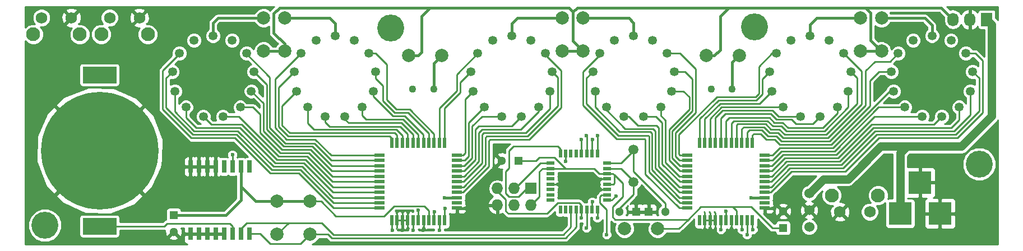
<source format=gbr>
G04 #@! TF.FileFunction,Copper,L1,Top,Signal*
%FSLAX46Y46*%
G04 Gerber Fmt 4.6, Leading zero omitted, Abs format (unit mm)*
G04 Created by KiCad (PCBNEW 4.0.0-rc1-stable) date 11/15/2015 9:58:47 PM*
%MOMM*%
G01*
G04 APERTURE LIST*
%ADD10C,0.100000*%
%ADD11R,1.727200X1.727200*%
%ADD12O,1.727200X1.727200*%
%ADD13R,1.300000X1.300000*%
%ADD14C,1.300000*%
%ADD15R,0.635000X1.905000*%
%ADD16R,0.560000X1.600000*%
%ADD17R,1.600000X0.560000*%
%ADD18R,1.200000X0.600000*%
%ADD19R,0.600000X1.200000*%
%ADD20C,1.346200*%
%ADD21C,1.107440*%
%ADD22R,5.080000X2.540000*%
%ADD23C,17.780000*%
%ADD24C,1.501140*%
%ADD25C,1.524000*%
%ADD26C,1.998980*%
%ADD27R,3.500120X3.500120*%
%ADD28R,1.727200X2.032000*%
%ADD29O,1.727200X2.032000*%
%ADD30C,2.100000*%
%ADD31C,1.750000*%
%ADD32C,4.064000*%
%ADD33C,0.600000*%
%ADD34C,0.250000*%
%ADD35C,0.381000*%
%ADD36C,1.270000*%
%ADD37C,0.254000*%
G04 APERTURE END LIST*
D10*
D11*
X98806000Y-94996000D03*
D12*
X98806000Y-97536000D03*
X96266000Y-94996000D03*
X96266000Y-97536000D03*
X93726000Y-94996000D03*
X93726000Y-97536000D03*
D13*
X44831000Y-99060000D03*
D14*
X44831000Y-101560000D03*
D13*
X114681000Y-98552000D03*
D14*
X112181000Y-98552000D03*
D13*
X116586000Y-98552000D03*
D14*
X119086000Y-98552000D03*
D13*
X96901000Y-90805000D03*
D14*
X94401000Y-90805000D03*
D15*
X56261000Y-91694000D03*
X54991000Y-91694000D03*
X53721000Y-91694000D03*
X52451000Y-91694000D03*
X51181000Y-91694000D03*
X49911000Y-91694000D03*
X48641000Y-91694000D03*
X47371000Y-91694000D03*
X47371000Y-101854000D03*
X48641000Y-101854000D03*
X49911000Y-101854000D03*
X51181000Y-101854000D03*
X52451000Y-101854000D03*
X53721000Y-101854000D03*
X54991000Y-101854000D03*
X56261000Y-101854000D03*
D16*
X85788000Y-88130000D03*
X84988000Y-88130000D03*
X84188000Y-88130000D03*
X83388000Y-88130000D03*
X82588000Y-88130000D03*
X81788000Y-88130000D03*
X80988000Y-88130000D03*
X80188000Y-88130000D03*
X79388000Y-88130000D03*
X78588000Y-88130000D03*
X77788000Y-88130000D03*
D17*
X75938000Y-89980000D03*
X75938000Y-90780000D03*
X75938000Y-91580000D03*
X75938000Y-92380000D03*
X75938000Y-93180000D03*
X75938000Y-93980000D03*
X75938000Y-94780000D03*
X75938000Y-95580000D03*
X75938000Y-96380000D03*
X75938000Y-97180000D03*
X75938000Y-97980000D03*
D16*
X77788000Y-99830000D03*
X78588000Y-99830000D03*
X79388000Y-99830000D03*
X80188000Y-99830000D03*
X80988000Y-99830000D03*
X81788000Y-99830000D03*
X82588000Y-99830000D03*
X83388000Y-99830000D03*
X84188000Y-99830000D03*
X84988000Y-99830000D03*
X85788000Y-99830000D03*
D17*
X87638000Y-97980000D03*
X87638000Y-97180000D03*
X87638000Y-96380000D03*
X87638000Y-95580000D03*
X87638000Y-94780000D03*
X87638000Y-93980000D03*
X87638000Y-93180000D03*
X87638000Y-92380000D03*
X87638000Y-91580000D03*
X87638000Y-90780000D03*
X87638000Y-89980000D03*
D16*
X132270000Y-88130000D03*
X131470000Y-88130000D03*
X130670000Y-88130000D03*
X129870000Y-88130000D03*
X129070000Y-88130000D03*
X128270000Y-88130000D03*
X127470000Y-88130000D03*
X126670000Y-88130000D03*
X125870000Y-88130000D03*
X125070000Y-88130000D03*
X124270000Y-88130000D03*
D17*
X122420000Y-89980000D03*
X122420000Y-90780000D03*
X122420000Y-91580000D03*
X122420000Y-92380000D03*
X122420000Y-93180000D03*
X122420000Y-93980000D03*
X122420000Y-94780000D03*
X122420000Y-95580000D03*
X122420000Y-96380000D03*
X122420000Y-97180000D03*
X122420000Y-97980000D03*
D16*
X124270000Y-99830000D03*
X125070000Y-99830000D03*
X125870000Y-99830000D03*
X126670000Y-99830000D03*
X127470000Y-99830000D03*
X128270000Y-99830000D03*
X129070000Y-99830000D03*
X129870000Y-99830000D03*
X130670000Y-99830000D03*
X131470000Y-99830000D03*
X132270000Y-99830000D03*
D17*
X134120000Y-97980000D03*
X134120000Y-97180000D03*
X134120000Y-96380000D03*
X134120000Y-95580000D03*
X134120000Y-94780000D03*
X134120000Y-93980000D03*
X134120000Y-93180000D03*
X134120000Y-92380000D03*
X134120000Y-91580000D03*
X134120000Y-90780000D03*
X134120000Y-89980000D03*
D18*
X110295000Y-96780000D03*
X110295000Y-95980000D03*
X110295000Y-95180000D03*
X110295000Y-94380000D03*
X110295000Y-93580000D03*
X110295000Y-92780000D03*
X110295000Y-91980000D03*
X110295000Y-91180000D03*
D19*
X108845000Y-89730000D03*
X108045000Y-89730000D03*
X107245000Y-89730000D03*
X106445000Y-89730000D03*
X105645000Y-89730000D03*
X104845000Y-89730000D03*
X104045000Y-89730000D03*
X103245000Y-89730000D03*
D18*
X101795000Y-91180000D03*
X101795000Y-91980000D03*
X101795000Y-92780000D03*
X101795000Y-93580000D03*
X101795000Y-94380000D03*
X101795000Y-95180000D03*
X101795000Y-95980000D03*
X101795000Y-96780000D03*
D19*
X103245000Y-98230000D03*
X104045000Y-98230000D03*
X104845000Y-98230000D03*
X105645000Y-98230000D03*
X106445000Y-98230000D03*
X107245000Y-98230000D03*
X108045000Y-98230000D03*
X108845000Y-98230000D03*
D20*
X55892700Y-74589640D03*
X45707300Y-74589640D03*
X44655740Y-77360780D03*
X45013880Y-80299560D03*
X46695360Y-82737960D03*
X49319180Y-84114640D03*
X52280820Y-84114640D03*
X54904640Y-82737960D03*
X56586120Y-80299560D03*
X56944260Y-77360780D03*
X50800000Y-71917560D03*
X53675280Y-72626220D03*
X47924720Y-72626220D03*
X74307700Y-74589640D03*
X64122300Y-74589640D03*
X63070740Y-77360780D03*
X63428880Y-80299560D03*
X65110360Y-82737960D03*
X67734180Y-84114640D03*
X70695820Y-84114640D03*
X73319640Y-82737960D03*
X75001120Y-80299560D03*
X75359260Y-77360780D03*
X69215000Y-71917560D03*
X72090280Y-72626220D03*
X66339720Y-72626220D03*
X100977700Y-74589640D03*
X90792300Y-74589640D03*
X89740740Y-77360780D03*
X90098880Y-80299560D03*
X91780360Y-82737960D03*
X94404180Y-84114640D03*
X97365820Y-84114640D03*
X99989640Y-82737960D03*
X101671120Y-80299560D03*
X102029260Y-77360780D03*
X95885000Y-71917560D03*
X98760280Y-72626220D03*
X93009720Y-72626220D03*
D21*
X84137500Y-80010000D03*
X80962500Y-80010000D03*
D20*
X119392700Y-74589640D03*
X109207300Y-74589640D03*
X108155740Y-77360780D03*
X108513880Y-80299560D03*
X110195360Y-82737960D03*
X112819180Y-84114640D03*
X115780820Y-84114640D03*
X118404640Y-82737960D03*
X120086120Y-80299560D03*
X120444260Y-77360780D03*
X114300000Y-71917560D03*
X117175280Y-72626220D03*
X111424720Y-72626220D03*
X146062700Y-74589640D03*
X135877300Y-74589640D03*
X134825740Y-77360780D03*
X135183880Y-80299560D03*
X136865360Y-82737960D03*
X139489180Y-84114640D03*
X142450820Y-84114640D03*
X145074640Y-82737960D03*
X146756120Y-80299560D03*
X147114260Y-77360780D03*
X140970000Y-71917560D03*
X143845280Y-72626220D03*
X138094720Y-72626220D03*
X164477700Y-74589640D03*
X154292300Y-74589640D03*
X153240740Y-77360780D03*
X153598880Y-80299560D03*
X155280360Y-82737960D03*
X157904180Y-84114640D03*
X160865820Y-84114640D03*
X163489640Y-82737960D03*
X165171120Y-80299560D03*
X165529260Y-77360780D03*
X159385000Y-71917560D03*
X162260280Y-72626220D03*
X156509720Y-72626220D03*
D21*
X129222500Y-80010000D03*
X126047500Y-80010000D03*
D22*
X33655000Y-77851000D03*
D23*
X33655000Y-89281000D03*
D22*
X33655000Y-100711000D03*
D24*
X114300000Y-94007940D03*
X114300000Y-89126060D03*
D25*
X140843000Y-98298000D03*
X140843000Y-95758000D03*
X140843000Y-100838000D03*
D26*
X103505000Y-74254360D03*
X103505000Y-69253100D03*
X80304640Y-74930000D03*
X85305900Y-74930000D03*
X65405000Y-96941640D03*
X65405000Y-101942900D03*
X58420000Y-74254360D03*
X58420000Y-69253100D03*
X61595000Y-74254360D03*
X61595000Y-69253100D03*
X151765000Y-74254360D03*
X151765000Y-69253100D03*
X125262640Y-74930000D03*
X130263900Y-74930000D03*
X60452000Y-96941640D03*
X60452000Y-101942900D03*
X106680000Y-74254360D03*
X106680000Y-69253100D03*
X148590000Y-74254360D03*
X148590000Y-69253100D03*
D27*
X154581860Y-98806000D03*
X160581340Y-98806000D03*
X157581600Y-94107000D03*
D28*
X167640000Y-69469000D03*
D29*
X165100000Y-69469000D03*
X162560000Y-69469000D03*
D30*
X144227000Y-96062000D03*
D31*
X145487000Y-98552000D03*
X149987000Y-98552000D03*
D30*
X151237000Y-96062000D03*
X40939000Y-71705000D03*
D31*
X39679000Y-69215000D03*
X35179000Y-69215000D03*
D30*
X33929000Y-71705000D03*
X30652000Y-71705000D03*
D31*
X29392000Y-69215000D03*
X24892000Y-69215000D03*
D30*
X23642000Y-71705000D03*
D32*
X77597000Y-70739000D03*
X132588000Y-70612000D03*
X166497000Y-91313000D03*
X25400000Y-100584000D03*
D26*
X117942360Y-101092000D03*
X112941100Y-101092000D03*
D13*
X136906000Y-100965000D03*
D14*
X136906000Y-98465000D03*
D33*
X85725000Y-96393000D03*
X132080000Y-96393000D03*
X82550000Y-101346000D03*
X125857000Y-101092000D03*
X79375000Y-101346000D03*
X108693000Y-94380000D03*
X85852000Y-98044000D03*
X132334000Y-101219000D03*
X111633000Y-96139000D03*
X127508000Y-101219000D03*
X81026000Y-101346000D03*
X110236000Y-101981000D03*
X108839000Y-86995000D03*
X108077000Y-87630000D03*
X107188000Y-86995000D03*
X106426000Y-87630000D03*
X53721000Y-89916000D03*
X104013000Y-90932000D03*
X106426000Y-99441000D03*
X84963000Y-101346000D03*
X107188000Y-100965000D03*
X128270000Y-98425000D03*
X81788000Y-98298000D03*
X108077000Y-97028000D03*
X84201000Y-98552000D03*
X130683000Y-101219000D03*
X108839000Y-99441000D03*
X131445000Y-101981000D03*
X77851000Y-101346000D03*
D34*
X68682000Y-90780000D02*
X75938000Y-90780000D01*
X66097998Y-88195998D02*
X68682000Y-90780000D01*
X61722000Y-88195998D02*
X66097998Y-88195998D01*
X59378002Y-85852000D02*
X61722000Y-88195998D01*
X59378002Y-78174002D02*
X59378002Y-85852000D01*
X55892700Y-74688700D02*
X59378002Y-78174002D01*
X55892700Y-74589640D02*
X55892700Y-74688700D01*
X45707300Y-74589640D02*
X45707300Y-74688700D01*
X45707300Y-74688700D02*
X43180000Y-77216000D01*
X43180000Y-77216000D02*
X43180000Y-83058000D01*
X43180000Y-83058000D02*
X47498000Y-87376000D01*
X47498000Y-87376000D02*
X54102000Y-87376000D01*
X54102000Y-87376000D02*
X59436000Y-92710000D01*
X59436000Y-92710000D02*
X63754000Y-92710000D01*
X63754000Y-92710000D02*
X69024000Y-97980000D01*
X69024000Y-97980000D02*
X75938000Y-97980000D01*
X75938000Y-97180000D02*
X68986000Y-97180000D01*
X43688000Y-78328520D02*
X44655740Y-77360780D01*
X43688000Y-82804000D02*
X43688000Y-78328520D01*
X47752000Y-86868000D02*
X43688000Y-82804000D01*
X54356000Y-86868000D02*
X47752000Y-86868000D01*
X59690000Y-92202000D02*
X54356000Y-86868000D01*
X64008000Y-92202000D02*
X59690000Y-92202000D01*
X68986000Y-97180000D02*
X64008000Y-92202000D01*
X45013880Y-80299560D02*
X45013880Y-83367880D01*
X68948000Y-96380000D02*
X75938000Y-96380000D01*
X64262000Y-91694000D02*
X68948000Y-96380000D01*
X59944000Y-91694000D02*
X64262000Y-91694000D01*
X54552002Y-86302002D02*
X59944000Y-91694000D01*
X47948002Y-86302002D02*
X54552002Y-86302002D01*
X45013880Y-83367880D02*
X47948002Y-86302002D01*
X75938000Y-95580000D02*
X68910000Y-95580000D01*
X46695360Y-84287360D02*
X46695360Y-82737960D01*
X48260000Y-85852000D02*
X46695360Y-84287360D01*
X54864000Y-85852000D02*
X48260000Y-85852000D01*
X60198000Y-91186000D02*
X54864000Y-85852000D01*
X64516000Y-91186000D02*
X60198000Y-91186000D01*
X68910000Y-95580000D02*
X64516000Y-91186000D01*
X75938000Y-94780000D02*
X68872000Y-94780000D01*
X50548540Y-85344000D02*
X49319180Y-84114640D01*
X55118000Y-85344000D02*
X50548540Y-85344000D01*
X60452000Y-90678000D02*
X55118000Y-85344000D01*
X64770000Y-90678000D02*
X60452000Y-90678000D01*
X68872000Y-94780000D02*
X64770000Y-90678000D01*
X75938000Y-93980000D02*
X68834000Y-93980000D01*
X54650640Y-84114640D02*
X52280820Y-84114640D01*
X60706000Y-90170000D02*
X54650640Y-84114640D01*
X65024000Y-90170000D02*
X60706000Y-90170000D01*
X68834000Y-93980000D02*
X65024000Y-90170000D01*
X75938000Y-93180000D02*
X68796000Y-93180000D01*
X56829960Y-82737960D02*
X54904640Y-82737960D01*
X57912000Y-83820000D02*
X56829960Y-82737960D01*
X57912000Y-86614000D02*
X57912000Y-83820000D01*
X60960000Y-89662000D02*
X57912000Y-86614000D01*
X65278000Y-89662000D02*
X60960000Y-89662000D01*
X68796000Y-93180000D02*
X65278000Y-89662000D01*
X75938000Y-92380000D02*
X68758000Y-92380000D01*
X58420000Y-82133440D02*
X56586120Y-80299560D01*
X58420000Y-86360000D02*
X58420000Y-82133440D01*
X61214000Y-89154000D02*
X58420000Y-86360000D01*
X65532000Y-89154000D02*
X61214000Y-89154000D01*
X68758000Y-92380000D02*
X65532000Y-89154000D01*
X75938000Y-91580000D02*
X68720000Y-91580000D01*
X58928000Y-79344520D02*
X56944260Y-77360780D01*
X58928000Y-86106000D02*
X58928000Y-79344520D01*
X61468000Y-88646000D02*
X58928000Y-86106000D01*
X65786000Y-88646000D02*
X61468000Y-88646000D01*
X68720000Y-91580000D02*
X65786000Y-88646000D01*
D35*
X58420000Y-69253100D02*
X51523900Y-69253100D01*
X50800000Y-69977000D02*
X50800000Y-71917560D01*
X51523900Y-69253100D02*
X50800000Y-69977000D01*
D34*
X74307700Y-74589640D02*
X75351640Y-74589640D01*
X84188000Y-86728000D02*
X84188000Y-88130000D01*
X80518000Y-83058000D02*
X84188000Y-86728000D01*
X78486000Y-83058000D02*
X80518000Y-83058000D01*
X77026199Y-81598199D02*
X78486000Y-83058000D01*
X77026199Y-76264199D02*
X77026199Y-81598199D01*
X75351640Y-74589640D02*
X77026199Y-76264199D01*
X64122300Y-74589640D02*
X64094360Y-74589640D01*
X64094360Y-74589640D02*
X60198000Y-78486000D01*
X60198000Y-78486000D02*
X60198000Y-85852000D01*
X60198000Y-85852000D02*
X61918002Y-87572002D01*
X61918002Y-87572002D02*
X66236002Y-87572002D01*
X66236002Y-87572002D02*
X68644000Y-89980000D01*
X68644000Y-89980000D02*
X75938000Y-89980000D01*
X77788000Y-88130000D02*
X77788000Y-87440000D01*
X77788000Y-87440000D02*
X77470000Y-87122000D01*
X77470000Y-87122000D02*
X62172002Y-87122000D01*
X62172002Y-87122000D02*
X60706000Y-85655998D01*
X60706000Y-85655998D02*
X60706000Y-79725520D01*
X60706000Y-79725520D02*
X63070740Y-77360780D01*
X78588000Y-88130000D02*
X78588000Y-86970000D01*
X61214000Y-82514440D02*
X63428880Y-80299560D01*
X61214000Y-85469602D02*
X61214000Y-82514440D01*
X62358398Y-86614000D02*
X61214000Y-85469602D01*
X78232000Y-86614000D02*
X62358398Y-86614000D01*
X78588000Y-86970000D02*
X78232000Y-86614000D01*
X65110360Y-82737960D02*
X65110360Y-85176360D01*
X79388000Y-87008000D02*
X79388000Y-88130000D01*
X78486000Y-86106000D02*
X79388000Y-87008000D01*
X66040000Y-86106000D02*
X78486000Y-86106000D01*
X65110360Y-85176360D02*
X66040000Y-86106000D01*
X67734180Y-84114640D02*
X67734180Y-85006180D01*
X80188000Y-86792000D02*
X80188000Y-88130000D01*
X79051998Y-85655998D02*
X80188000Y-86792000D01*
X68383998Y-85655998D02*
X79051998Y-85655998D01*
X67734180Y-85006180D02*
X68383998Y-85655998D01*
X70695820Y-84114640D02*
X70695820Y-84527816D01*
X70695820Y-84527816D02*
X71258004Y-85090000D01*
X71258004Y-85090000D02*
X79248000Y-85090000D01*
X79248000Y-85090000D02*
X80988000Y-86830000D01*
X80988000Y-86830000D02*
X80988000Y-88130000D01*
X81788000Y-88130000D02*
X81788000Y-86868000D01*
X73319640Y-83987640D02*
X73319640Y-82737960D01*
X73914000Y-84582000D02*
X73319640Y-83987640D01*
X79502000Y-84582000D02*
X73914000Y-84582000D01*
X81788000Y-86868000D02*
X79502000Y-84582000D01*
X82550000Y-88092000D02*
X82550000Y-86868000D01*
X75001120Y-81097120D02*
X77978000Y-84074000D01*
X77978000Y-84074000D02*
X79756000Y-84074000D01*
X79756000Y-84074000D02*
X82550000Y-86868000D01*
X75001120Y-81097120D02*
X75001120Y-80299560D01*
X82550000Y-88092000D02*
X82588000Y-88130000D01*
X75359260Y-77360780D02*
X75359260Y-78407260D01*
X83388000Y-86690000D02*
X83388000Y-88130000D01*
X80264000Y-83566000D02*
X83388000Y-86690000D01*
X78232000Y-83566000D02*
X80264000Y-83566000D01*
X76454000Y-81788000D02*
X78232000Y-83566000D01*
X76454000Y-79502000D02*
X76454000Y-81788000D01*
X75359260Y-78407260D02*
X76454000Y-79502000D01*
D35*
X61595000Y-69253100D02*
X68414900Y-69253100D01*
X69215000Y-70053200D02*
X69215000Y-71917560D01*
X68414900Y-69253100D02*
X69215000Y-70053200D01*
X95885000Y-71917560D02*
X95885000Y-70104000D01*
X96735900Y-69253100D02*
X103505000Y-69253100D01*
X95885000Y-70104000D02*
X96735900Y-69253100D01*
X84137500Y-80010000D02*
X84137500Y-76098400D01*
X84137500Y-76098400D02*
X85305900Y-74930000D01*
X85738000Y-96380000D02*
X87638000Y-96380000D01*
X85725000Y-96393000D02*
X85738000Y-96380000D01*
D34*
X119392700Y-74589640D02*
X121325640Y-74589640D01*
X121260000Y-90780000D02*
X122420000Y-90780000D01*
X120650000Y-90170000D02*
X121260000Y-90780000D01*
X120650000Y-86614000D02*
X120650000Y-90170000D01*
X123698000Y-83566000D02*
X120650000Y-86614000D01*
X123698000Y-76962000D02*
X123698000Y-83566000D01*
X121325640Y-74589640D02*
X123698000Y-76962000D01*
X109207300Y-74589640D02*
X109207300Y-74815700D01*
X109207300Y-74815700D02*
X106680000Y-77343000D01*
X106680000Y-77343000D02*
X106680000Y-82423000D01*
X106680000Y-82423000D02*
X111760000Y-87503000D01*
X111760000Y-87503000D02*
X115951000Y-87503000D01*
X115951000Y-87503000D02*
X116078000Y-87630000D01*
X116078000Y-87630000D02*
X116078000Y-92837000D01*
X116078000Y-92837000D02*
X121221000Y-97980000D01*
X121221000Y-97980000D02*
X122420000Y-97980000D01*
X122420000Y-97180000D02*
X121310000Y-97180000D01*
X107188000Y-78328520D02*
X108155740Y-77360780D01*
X107188000Y-82169000D02*
X107188000Y-78328520D01*
X112014000Y-86995000D02*
X107188000Y-82169000D01*
X116516998Y-86995000D02*
X112014000Y-86995000D01*
X116643998Y-87122000D02*
X116516998Y-86995000D01*
X116643998Y-92513998D02*
X116643998Y-87122000D01*
X121310000Y-97180000D02*
X116643998Y-92513998D01*
X108513880Y-80299560D02*
X108513880Y-82732880D01*
X121272000Y-96380000D02*
X122420000Y-96380000D01*
X117094000Y-92202000D02*
X121272000Y-96380000D01*
X117094000Y-86683002D02*
X117094000Y-92202000D01*
X116840000Y-86429002D02*
X117094000Y-86683002D01*
X112210002Y-86429002D02*
X116840000Y-86429002D01*
X108513880Y-82732880D02*
X112210002Y-86429002D01*
X110195360Y-82737960D02*
X110195360Y-83144360D01*
X110195360Y-83144360D02*
X113030000Y-85979000D01*
X113030000Y-85979000D02*
X117221000Y-85979000D01*
X117221000Y-85979000D02*
X117602000Y-86360000D01*
X117602000Y-86360000D02*
X117602000Y-91948000D01*
X117602000Y-91948000D02*
X121234000Y-95580000D01*
X121234000Y-95580000D02*
X122420000Y-95580000D01*
X112819180Y-84114640D02*
X113578640Y-84114640D01*
X121196000Y-94780000D02*
X122420000Y-94780000D01*
X118110000Y-91694000D02*
X121196000Y-94780000D01*
X118110000Y-85852000D02*
X118110000Y-91694000D01*
X117729000Y-85471000D02*
X118110000Y-85852000D01*
X114935000Y-85471000D02*
X117729000Y-85471000D01*
X113578640Y-84114640D02*
X114935000Y-85471000D01*
X122420000Y-93980000D02*
X121285000Y-93980000D01*
X117642640Y-84114640D02*
X115780820Y-84114640D01*
X118618000Y-85090000D02*
X117642640Y-84114640D01*
X118618000Y-91313000D02*
X118618000Y-85090000D01*
X121285000Y-93980000D02*
X118618000Y-91313000D01*
X118404640Y-82737960D02*
X118404640Y-83987640D01*
X121247000Y-93180000D02*
X122420000Y-93180000D01*
X119126000Y-91059000D02*
X121247000Y-93180000D01*
X119126000Y-84709000D02*
X119126000Y-91059000D01*
X118404640Y-83987640D02*
X119126000Y-84709000D01*
X120086120Y-80299560D02*
X121828560Y-80299560D01*
X121336000Y-92380000D02*
X122420000Y-92380000D01*
X119691998Y-90735998D02*
X121336000Y-92380000D01*
X119691998Y-86106000D02*
X119691998Y-90735998D01*
X122739998Y-83058000D02*
X119691998Y-86106000D01*
X122739998Y-81210998D02*
X122739998Y-83058000D01*
X121828560Y-80299560D02*
X122739998Y-81210998D01*
X122420000Y-91580000D02*
X121298000Y-91580000D01*
X122064780Y-77360780D02*
X120444260Y-77360780D01*
X123190000Y-78486000D02*
X122064780Y-77360780D01*
X123190000Y-83312000D02*
X123190000Y-78486000D01*
X120142000Y-86360000D02*
X123190000Y-83312000D01*
X120142000Y-90424000D02*
X120142000Y-86360000D01*
X121298000Y-91580000D02*
X120142000Y-90424000D01*
D35*
X106680000Y-69253100D02*
X113576100Y-69253100D01*
X114300000Y-69977000D02*
X114300000Y-71917560D01*
X113576100Y-69253100D02*
X114300000Y-69977000D01*
D34*
X143510000Y-87376000D02*
X143637000Y-87376000D01*
X130670000Y-85992000D02*
X130937000Y-85725000D01*
X130937000Y-85725000D02*
X133985000Y-85725000D01*
X133985000Y-85725000D02*
X134874000Y-86614000D01*
X134874000Y-86614000D02*
X136144000Y-86614000D01*
X136144000Y-86614000D02*
X136906000Y-87376000D01*
X136906000Y-87376000D02*
X143510000Y-87376000D01*
X130670000Y-88130000D02*
X130670000Y-85992000D01*
X148717000Y-77243940D02*
X146062700Y-74589640D01*
X148717000Y-82296000D02*
X148717000Y-77243940D01*
X143637000Y-87376000D02*
X148717000Y-82296000D01*
X135877300Y-74589640D02*
X135214360Y-74589640D01*
X135214360Y-74589640D02*
X133223000Y-76581000D01*
X133223000Y-76581000D02*
X133223000Y-80643602D01*
X133223000Y-80643602D02*
X132713602Y-81153000D01*
X132713602Y-81153000D02*
X126873000Y-81153000D01*
X126873000Y-81153000D02*
X121158000Y-86868000D01*
X121158000Y-86868000D02*
X121158000Y-89789000D01*
X121158000Y-89789000D02*
X121349000Y-89980000D01*
X121349000Y-89980000D02*
X122420000Y-89980000D01*
X124270000Y-88130000D02*
X124270000Y-84518000D01*
X133731000Y-78455520D02*
X134825740Y-77360780D01*
X133731000Y-80772000D02*
X133731000Y-78455520D01*
X132842000Y-81661000D02*
X133731000Y-80772000D01*
X127127000Y-81661000D02*
X132842000Y-81661000D01*
X124270000Y-84518000D02*
X127127000Y-81661000D01*
X125070000Y-88130000D02*
X125070000Y-84480000D01*
X133314440Y-82169000D02*
X135183880Y-80299560D01*
X127381000Y-82169000D02*
X133314440Y-82169000D01*
X125070000Y-84480000D02*
X127381000Y-82169000D01*
X135148320Y-80264000D02*
X135183880Y-80299560D01*
X136865360Y-82737960D02*
X127574040Y-82737960D01*
X125870000Y-84442000D02*
X125870000Y-88130000D01*
X127574040Y-82737960D02*
X125870000Y-84442000D01*
X139489180Y-84114640D02*
X136184640Y-84114640D01*
X126670000Y-84278398D02*
X126670000Y-88130000D01*
X127760436Y-83187962D02*
X126670000Y-84278398D01*
X135257962Y-83187962D02*
X127760436Y-83187962D01*
X136184640Y-84114640D02*
X135257962Y-83187962D01*
X127470000Y-88130000D02*
X127470000Y-84366000D01*
X141348460Y-85217000D02*
X142450820Y-84114640D01*
X138811000Y-85217000D02*
X141348460Y-85217000D01*
X138176000Y-84582000D02*
X138811000Y-85217000D01*
X135890000Y-84582000D02*
X138176000Y-84582000D01*
X135001000Y-83693000D02*
X135890000Y-84582000D01*
X128143000Y-83693000D02*
X135001000Y-83693000D01*
X127470000Y-84366000D02*
X128143000Y-83693000D01*
X127508000Y-88092000D02*
X127470000Y-88130000D01*
X139954000Y-85852000D02*
X142875000Y-85852000D01*
X128270000Y-84836000D02*
X128778000Y-84328000D01*
X128778000Y-84328000D02*
X134874000Y-84328000D01*
X134874000Y-84328000D02*
X135578002Y-85032002D01*
X135578002Y-85032002D02*
X136848002Y-85032002D01*
X136848002Y-85032002D02*
X137668000Y-85852000D01*
X137668000Y-85852000D02*
X139954000Y-85852000D01*
X128270000Y-88130000D02*
X128270000Y-84836000D01*
X145074640Y-83652360D02*
X145074640Y-82737960D01*
X142875000Y-85852000D02*
X145074640Y-83652360D01*
X136271000Y-85598000D02*
X136652000Y-85598000D01*
X134562002Y-84778002D02*
X135382000Y-85598000D01*
X135382000Y-85598000D02*
X136271000Y-85598000D01*
X129070000Y-88130000D02*
X129070000Y-85128000D01*
X129419998Y-84778002D02*
X132080000Y-84778002D01*
X129070000Y-85128000D02*
X129419998Y-84778002D01*
X132080000Y-84778002D02*
X134562002Y-84778002D01*
X146756120Y-82732880D02*
X146756120Y-80299560D01*
X143129000Y-86360000D02*
X146756120Y-82732880D01*
X137414000Y-86360000D02*
X143129000Y-86360000D01*
X136652000Y-85598000D02*
X137414000Y-86360000D01*
X136271000Y-86048002D02*
X136340002Y-86048002D01*
X134250004Y-85228004D02*
X135070002Y-86048002D01*
X135070002Y-86048002D02*
X136271000Y-86048002D01*
X130937000Y-85228004D02*
X134250004Y-85228004D01*
X148082000Y-78328520D02*
X147114260Y-77360780D01*
X148082000Y-82169000D02*
X148082000Y-78328520D01*
X143383000Y-86868000D02*
X148082000Y-82169000D01*
X137160000Y-86868000D02*
X143383000Y-86868000D01*
X136340002Y-86048002D02*
X137160000Y-86868000D01*
X129870000Y-88130000D02*
X129870000Y-85420000D01*
X130061996Y-85228004D02*
X130937000Y-85228004D01*
X130937000Y-85228004D02*
X131064000Y-85228004D01*
X129870000Y-85420000D02*
X130061996Y-85228004D01*
D35*
X148590000Y-69253100D02*
X141947900Y-69253100D01*
X140970000Y-70231000D02*
X140970000Y-71917560D01*
X141947900Y-69253100D02*
X140970000Y-70231000D01*
D34*
X134120000Y-95580000D02*
X135052000Y-95580000D01*
X165902640Y-74589640D02*
X164477700Y-74589640D01*
X167005000Y-75692000D02*
X165902640Y-74589640D01*
X167005000Y-83566000D02*
X167005000Y-75692000D01*
X163195000Y-87376000D02*
X167005000Y-83566000D01*
X151384000Y-87376000D02*
X163195000Y-87376000D01*
X146304000Y-92456000D02*
X151384000Y-87376000D01*
X138176000Y-92456000D02*
X146304000Y-92456000D01*
X135052000Y-95580000D02*
X138176000Y-92456000D01*
X142113000Y-87884000D02*
X143891000Y-87884000D01*
X131470000Y-86512000D02*
X131806998Y-86175002D01*
X131806998Y-86175002D02*
X133673002Y-86175002D01*
X133673002Y-86175002D02*
X134620000Y-87122000D01*
X134620000Y-87122000D02*
X135890000Y-87122000D01*
X135890000Y-87122000D02*
X136652000Y-87884000D01*
X136652000Y-87884000D02*
X142113000Y-87884000D01*
X131470000Y-88130000D02*
X131470000Y-86512000D01*
X153062940Y-75819000D02*
X154292300Y-74589640D01*
X150749000Y-75819000D02*
X153062940Y-75819000D01*
X149352000Y-77216000D02*
X150749000Y-75819000D01*
X149352000Y-82423000D02*
X149352000Y-77216000D01*
X143891000Y-87884000D02*
X149352000Y-82423000D01*
X154292300Y-74589640D02*
X154010360Y-74589640D01*
X139827000Y-88392000D02*
X144145000Y-88392000D01*
X132270000Y-86932000D02*
X132461000Y-86741000D01*
X132461000Y-86741000D02*
X133477000Y-86741000D01*
X133477000Y-86741000D02*
X134366000Y-87630000D01*
X134366000Y-87630000D02*
X135636000Y-87630000D01*
X135636000Y-87630000D02*
X136398000Y-88392000D01*
X136398000Y-88392000D02*
X139827000Y-88392000D01*
X132270000Y-88130000D02*
X132270000Y-86932000D01*
X151366220Y-77360780D02*
X153240740Y-77360780D01*
X149987000Y-78740000D02*
X151366220Y-77360780D01*
X149987000Y-82550000D02*
X149987000Y-78740000D01*
X144145000Y-88392000D02*
X149987000Y-82550000D01*
X134120000Y-89980000D02*
X135318000Y-89980000D01*
X144399000Y-88900000D02*
X152999440Y-80299560D01*
X136398000Y-88900000D02*
X144399000Y-88900000D01*
X135318000Y-89980000D02*
X136398000Y-88900000D01*
X152999440Y-80299560D02*
X153598880Y-80299560D01*
X153598880Y-80299560D02*
X153598880Y-80335120D01*
X153598880Y-80335120D02*
X153527760Y-80264000D01*
X153527760Y-80264000D02*
X153416000Y-80264000D01*
X134120000Y-90780000D02*
X135280000Y-90780000D01*
X151323040Y-82737960D02*
X155280360Y-82737960D01*
X144653000Y-89408000D02*
X151323040Y-82737960D01*
X136652000Y-89408000D02*
X144653000Y-89408000D01*
X135280000Y-90780000D02*
X136652000Y-89408000D01*
X134120000Y-91580000D02*
X135242000Y-91580000D01*
X150708360Y-84114640D02*
X157904180Y-84114640D01*
X144907000Y-89916000D02*
X150708360Y-84114640D01*
X136906000Y-89916000D02*
X144907000Y-89916000D01*
X135242000Y-91580000D02*
X136906000Y-89916000D01*
X134120000Y-92380000D02*
X135204000Y-92380000D01*
X159636460Y-85344000D02*
X160865820Y-84114640D01*
X150241000Y-85344000D02*
X159636460Y-85344000D01*
X145161000Y-90424000D02*
X150241000Y-85344000D01*
X137160000Y-90424000D02*
X145161000Y-90424000D01*
X135204000Y-92380000D02*
X137160000Y-90424000D01*
X134120000Y-93180000D02*
X135166000Y-93180000D01*
X163489640Y-84668360D02*
X163489640Y-82737960D01*
X162306000Y-85852000D02*
X163489640Y-84668360D01*
X150495000Y-85852000D02*
X162306000Y-85852000D01*
X145415000Y-90932000D02*
X150495000Y-85852000D01*
X137414000Y-90932000D02*
X145415000Y-90932000D01*
X135166000Y-93180000D02*
X137414000Y-90932000D01*
X134120000Y-93980000D02*
X135128000Y-93980000D01*
X165171120Y-83875880D02*
X165171120Y-80299560D01*
X162687000Y-86360000D02*
X165171120Y-83875880D01*
X150749000Y-86360000D02*
X162687000Y-86360000D01*
X145669000Y-91440000D02*
X150749000Y-86360000D01*
X137668000Y-91440000D02*
X145669000Y-91440000D01*
X135128000Y-93980000D02*
X137668000Y-91440000D01*
X134120000Y-94780000D02*
X135090000Y-94780000D01*
X166497000Y-78328520D02*
X165529260Y-77360780D01*
X166497000Y-83312000D02*
X166497000Y-78328520D01*
X162941000Y-86868000D02*
X166497000Y-83312000D01*
X151003000Y-86868000D02*
X162941000Y-86868000D01*
X145923000Y-91948000D02*
X151003000Y-86868000D01*
X137922000Y-91948000D02*
X145923000Y-91948000D01*
X135090000Y-94780000D02*
X137922000Y-91948000D01*
D35*
X151765000Y-69253100D02*
X158280100Y-69253100D01*
X159385000Y-70358000D02*
X159385000Y-71917560D01*
X158280100Y-69253100D02*
X159385000Y-70358000D01*
X129222500Y-80010000D02*
X129222500Y-75971400D01*
X129222500Y-75971400D02*
X130263900Y-74930000D01*
X132093000Y-96380000D02*
X134120000Y-96380000D01*
X132080000Y-96393000D02*
X132093000Y-96380000D01*
D34*
X129286000Y-97790000D02*
X132080000Y-97790000D01*
X135255000Y-100965000D02*
X136906000Y-100965000D01*
X132080000Y-97790000D02*
X135255000Y-100965000D01*
X117942360Y-101092000D02*
X121158000Y-101092000D01*
X121158000Y-101092000D02*
X122555000Y-99695000D01*
X111379000Y-92964000D02*
X112649000Y-94234000D01*
X124460000Y-97790000D02*
X129286000Y-97790000D01*
X122555000Y-99695000D02*
X124460000Y-97790000D01*
X111506000Y-99695000D02*
X122555000Y-99695000D01*
X111125000Y-99314000D02*
X111506000Y-99695000D01*
X111125000Y-97790000D02*
X111125000Y-99314000D01*
X112649000Y-96266000D02*
X111125000Y-97790000D01*
X112649000Y-94234000D02*
X112649000Y-96266000D01*
D35*
X60452000Y-96941640D02*
X57190640Y-96941640D01*
X57190640Y-96941640D02*
X54991000Y-94742000D01*
X44831000Y-99060000D02*
X52705000Y-99060000D01*
X52705000Y-99060000D02*
X54991000Y-96774000D01*
X54991000Y-96774000D02*
X54991000Y-94742000D01*
X54991000Y-94742000D02*
X54991000Y-91694000D01*
D34*
X65405000Y-96941640D02*
X67096640Y-96941640D01*
X83388000Y-98374000D02*
X83388000Y-99830000D01*
X82677000Y-97663000D02*
X83388000Y-98374000D01*
X78105000Y-97663000D02*
X82677000Y-97663000D01*
X76581000Y-99187000D02*
X78105000Y-97663000D01*
X69342000Y-99187000D02*
X76581000Y-99187000D01*
X67096640Y-96941640D02*
X69342000Y-99187000D01*
D35*
X60452000Y-96941640D02*
X65405000Y-96941640D01*
D34*
X96901000Y-90805000D02*
X99568000Y-90805000D01*
X102362000Y-90297000D02*
X104045000Y-91980000D01*
X100076000Y-90297000D02*
X102362000Y-90297000D01*
X99568000Y-90805000D02*
X100076000Y-90297000D01*
X98806000Y-97536000D02*
X100076000Y-96266000D01*
X100552000Y-91980000D02*
X101795000Y-91980000D01*
X100076000Y-92456000D02*
X100552000Y-91980000D01*
X100076000Y-96266000D02*
X100076000Y-92456000D01*
X129870000Y-98374000D02*
X129870000Y-98425000D01*
X129286000Y-97790000D02*
X129870000Y-98374000D01*
X129870000Y-98425000D02*
X129870000Y-99830000D01*
X101795000Y-91980000D02*
X104045000Y-91980000D01*
X104045000Y-91980000D02*
X108363000Y-91980000D01*
X108363000Y-91980000D02*
X109163000Y-92780000D01*
X109163000Y-92780000D02*
X110295000Y-92780000D01*
X110295000Y-92780000D02*
X111195000Y-92780000D01*
X111195000Y-92780000D02*
X111379000Y-92964000D01*
X111379000Y-92964000D02*
X111379000Y-94234000D01*
X111379000Y-94234000D02*
X111233000Y-94380000D01*
X111233000Y-94380000D02*
X110295000Y-94380000D01*
X101700000Y-92075000D02*
X101795000Y-91980000D01*
X125870000Y-99830000D02*
X125870000Y-101079000D01*
X125870000Y-101079000D02*
X125857000Y-101092000D01*
D35*
X79388000Y-99830000D02*
X79388000Y-101333000D01*
X79388000Y-101333000D02*
X79375000Y-101346000D01*
D34*
X82588000Y-99830000D02*
X82588000Y-101308000D01*
X82588000Y-101308000D02*
X82550000Y-101346000D01*
X110295000Y-95180000D02*
X109493000Y-95180000D01*
X109493000Y-95180000D02*
X108693000Y-94380000D01*
X101795000Y-94380000D02*
X108331000Y-94380000D01*
X108331000Y-94380000D02*
X108693000Y-94380000D01*
X108693000Y-94380000D02*
X109093000Y-93980000D01*
X110295000Y-93580000D02*
X109493000Y-93580000D01*
X109493000Y-93580000D02*
X109093000Y-93980000D01*
X125070000Y-99830000D02*
X125870000Y-99830000D01*
X125870000Y-99830000D02*
X126670000Y-99830000D01*
X126670000Y-99830000D02*
X126670000Y-100914000D01*
X126670000Y-100914000D02*
X126492000Y-101092000D01*
X125070000Y-99830000D02*
X125070000Y-100990000D01*
X125070000Y-100990000D02*
X124968000Y-101092000D01*
X125070000Y-99830000D02*
X125070000Y-98654000D01*
X125070000Y-98654000D02*
X124968000Y-98552000D01*
X126670000Y-99830000D02*
X126670000Y-98730000D01*
X126670000Y-98730000D02*
X126492000Y-98552000D01*
X125870000Y-99830000D02*
X125870000Y-98692000D01*
X125870000Y-98692000D02*
X125730000Y-98552000D01*
X80188000Y-99830000D02*
X80188000Y-100914000D01*
X80188000Y-100914000D02*
X80010000Y-101092000D01*
X78588000Y-99830000D02*
X78588000Y-100990000D01*
X78588000Y-100990000D02*
X78486000Y-101092000D01*
X80188000Y-99830000D02*
X80188000Y-98730000D01*
X80188000Y-98730000D02*
X80010000Y-98552000D01*
X78588000Y-99830000D02*
X78588000Y-98654000D01*
X78588000Y-98654000D02*
X78486000Y-98552000D01*
X79388000Y-99830000D02*
X79388000Y-98692000D01*
X79388000Y-98692000D02*
X79248000Y-98552000D01*
X79388000Y-99830000D02*
X80188000Y-99830000D01*
X78588000Y-99830000D02*
X79388000Y-99830000D01*
X112181000Y-98552000D02*
X112181000Y-98004000D01*
X112181000Y-98004000D02*
X114300000Y-95885000D01*
X114300000Y-95885000D02*
X114300000Y-94007940D01*
X114300000Y-94007940D02*
X114300000Y-93853000D01*
X114300000Y-93853000D02*
X112427000Y-91980000D01*
X112427000Y-91980000D02*
X110295000Y-91980000D01*
X114300000Y-94007940D02*
X114300000Y-93980000D01*
X114300000Y-89126060D02*
X114300000Y-92456000D01*
X119086000Y-97242000D02*
X119086000Y-98552000D01*
X114300000Y-92456000D02*
X119086000Y-97242000D01*
X114300000Y-89126060D02*
X114300000Y-89281000D01*
X114300000Y-89281000D02*
X112401000Y-91180000D01*
X112401000Y-91180000D02*
X110295000Y-91180000D01*
X85788000Y-98108000D02*
X85788000Y-99830000D01*
X85852000Y-98044000D02*
X85788000Y-98108000D01*
X132270000Y-101155000D02*
X132270000Y-99830000D01*
X132334000Y-101219000D02*
X132270000Y-101155000D01*
X110295000Y-96780000D02*
X110992000Y-96780000D01*
X110992000Y-96780000D02*
X111633000Y-96139000D01*
X127470000Y-101181000D02*
X127470000Y-99830000D01*
X127508000Y-101219000D02*
X127470000Y-101181000D01*
X110295000Y-95980000D02*
X109506000Y-95980000D01*
X80988000Y-101308000D02*
X80988000Y-99830000D01*
X81026000Y-101346000D02*
X80988000Y-101308000D01*
X110236000Y-98171000D02*
X110236000Y-101981000D01*
X109220000Y-97155000D02*
X110236000Y-98171000D01*
X109220000Y-96266000D02*
X109220000Y-97155000D01*
X109506000Y-95980000D02*
X109220000Y-96266000D01*
X108845000Y-89730000D02*
X108845000Y-87001000D01*
X108845000Y-87001000D02*
X108839000Y-86995000D01*
X108077000Y-87630000D02*
X108045000Y-87662000D01*
X108045000Y-87662000D02*
X108045000Y-89730000D01*
X107188000Y-86995000D02*
X107245000Y-87052000D01*
X107245000Y-87052000D02*
X107245000Y-89730000D01*
X53721000Y-91694000D02*
X53721000Y-89916000D01*
X106445000Y-87649000D02*
X106445000Y-89730000D01*
X106426000Y-87630000D02*
X106445000Y-87649000D01*
X104045000Y-89730000D02*
X104045000Y-90900000D01*
X104045000Y-90900000D02*
X104013000Y-90932000D01*
X98806000Y-94996000D02*
X98171000Y-94996000D01*
X98171000Y-94996000D02*
X96901000Y-96266000D01*
X96901000Y-96266000D02*
X95504000Y-96266000D01*
X95504000Y-96266000D02*
X94996000Y-95758000D01*
X94996000Y-95758000D02*
X94996000Y-92456000D01*
X94996000Y-92456000D02*
X95504000Y-91948000D01*
X95504000Y-91948000D02*
X95504000Y-89281000D01*
X95504000Y-89281000D02*
X96139000Y-88646000D01*
X96139000Y-88646000D02*
X102870000Y-88646000D01*
X102870000Y-88646000D02*
X103245000Y-89021000D01*
X103245000Y-89021000D02*
X103245000Y-89730000D01*
X96266000Y-94996000D02*
X96393000Y-94996000D01*
X96393000Y-94996000D02*
X100209000Y-91180000D01*
X100209000Y-91180000D02*
X101795000Y-91180000D01*
X54991000Y-101854000D02*
X54991000Y-101092000D01*
X54991000Y-101092000D02*
X55880000Y-100203000D01*
X55880000Y-100203000D02*
X62191900Y-100203000D01*
X104845000Y-98230000D02*
X104845000Y-100825998D01*
X62191900Y-100203000D02*
X60452000Y-101942900D01*
X67183000Y-100203000D02*
X62191900Y-100203000D01*
X68961000Y-101981000D02*
X67183000Y-100203000D01*
X103689998Y-101981000D02*
X68961000Y-101981000D01*
X104845000Y-100825998D02*
X103689998Y-101981000D01*
X56261000Y-101854000D02*
X57912000Y-101854000D01*
X63969900Y-103378000D02*
X65405000Y-101942900D01*
X59436000Y-103378000D02*
X63969900Y-103378000D01*
X57912000Y-101854000D02*
X59436000Y-103378000D01*
X76962000Y-102489000D02*
X68707000Y-102489000D01*
X68160900Y-101942900D02*
X65405000Y-101942900D01*
X68707000Y-102489000D02*
X68160900Y-101942900D01*
X76962000Y-102489000D02*
X104013000Y-102489000D01*
X104013000Y-102489000D02*
X105645000Y-100857000D01*
X105645000Y-100857000D02*
X105645000Y-98230000D01*
X76962000Y-102489000D02*
X77089000Y-102489000D01*
X106445000Y-99422000D02*
X106445000Y-98230000D01*
X106426000Y-99441000D02*
X106445000Y-99422000D01*
X93726000Y-94996000D02*
X93726000Y-95377000D01*
X93726000Y-95377000D02*
X94996000Y-96647000D01*
X106445000Y-97555000D02*
X106445000Y-98230000D01*
X106045000Y-97155000D02*
X106445000Y-97555000D01*
X102870000Y-97155000D02*
X106045000Y-97155000D01*
X101219000Y-98806000D02*
X102870000Y-97155000D01*
X95377000Y-98806000D02*
X101219000Y-98806000D01*
X94996000Y-98425000D02*
X95377000Y-98806000D01*
X94996000Y-96647000D02*
X94996000Y-98425000D01*
X93726000Y-94996000D02*
X93726000Y-95250000D01*
X107245000Y-98230000D02*
X107245000Y-100908000D01*
X84988000Y-101321000D02*
X84988000Y-99830000D01*
X84963000Y-101346000D02*
X84988000Y-101321000D01*
X107245000Y-100908000D02*
X107188000Y-100965000D01*
X128270000Y-98425000D02*
X128270000Y-99830000D01*
X81788000Y-98298000D02*
X81788000Y-99830000D01*
X108045000Y-98230000D02*
X108045000Y-97060000D01*
X108045000Y-97060000D02*
X108077000Y-97028000D01*
X84188000Y-98565000D02*
X84188000Y-99830000D01*
X84201000Y-98552000D02*
X84188000Y-98565000D01*
X108845000Y-98230000D02*
X108845000Y-99435000D01*
X130670000Y-101206000D02*
X130670000Y-99830000D01*
X130683000Y-101219000D02*
X130670000Y-101206000D01*
X108845000Y-99435000D02*
X108839000Y-99441000D01*
D35*
X125262640Y-74930000D02*
X126492000Y-74930000D01*
X127381000Y-68961000D02*
X128651000Y-67691000D01*
X127381000Y-74041000D02*
X127381000Y-68961000D01*
X126492000Y-74930000D02*
X127381000Y-74041000D01*
X80304640Y-74930000D02*
X81788000Y-74930000D01*
X82296000Y-68961000D02*
X83566000Y-67691000D01*
X82296000Y-74422000D02*
X82296000Y-68961000D01*
X81788000Y-74930000D02*
X82296000Y-74422000D01*
X149352000Y-67691000D02*
X160782000Y-67691000D01*
X160782000Y-67691000D02*
X162560000Y-69469000D01*
X60833000Y-67691000D02*
X81407000Y-67691000D01*
X81407000Y-67691000D02*
X82423000Y-67691000D01*
X59944000Y-68580000D02*
X60833000Y-67691000D01*
X59944000Y-71501000D02*
X59944000Y-68580000D01*
X105156000Y-68326000D02*
X105791000Y-67691000D01*
X150114000Y-72603360D02*
X151765000Y-74254360D01*
X150114000Y-68453000D02*
X150114000Y-72603360D01*
X149352000Y-67691000D02*
X150114000Y-68453000D01*
X105791000Y-67691000D02*
X126238000Y-67691000D01*
X126238000Y-67691000D02*
X127254000Y-67691000D01*
X127254000Y-67691000D02*
X127635000Y-67691000D01*
X127635000Y-67691000D02*
X128143000Y-67691000D01*
X128143000Y-67691000D02*
X128651000Y-67691000D01*
X128651000Y-67691000D02*
X149352000Y-67691000D01*
X61595000Y-74254360D02*
X61595000Y-73152000D01*
X105156000Y-72730360D02*
X106680000Y-74254360D01*
X105156000Y-68326000D02*
X105156000Y-72730360D01*
X104521000Y-67691000D02*
X105156000Y-68326000D01*
X82423000Y-67691000D02*
X83566000Y-67691000D01*
X83566000Y-67691000D02*
X104521000Y-67691000D01*
X61595000Y-73152000D02*
X59944000Y-71501000D01*
X58420000Y-74254360D02*
X61595000Y-74254360D01*
X148590000Y-74254360D02*
X151765000Y-74254360D01*
X103505000Y-74254360D02*
X106680000Y-74254360D01*
D34*
X33655000Y-100711000D02*
X43434000Y-100711000D01*
X53721000Y-100711000D02*
X53721000Y-101854000D01*
X53340000Y-100330000D02*
X53721000Y-100711000D01*
X43815000Y-100330000D02*
X53340000Y-100330000D01*
X43434000Y-100711000D02*
X43815000Y-100330000D01*
X85788000Y-88130000D02*
X85788000Y-82868000D01*
X88138000Y-78963520D02*
X89740740Y-77360780D01*
X88138000Y-80518000D02*
X88138000Y-78963520D01*
X85788000Y-82868000D02*
X88138000Y-80518000D01*
X84988000Y-88130000D02*
X84988000Y-82906000D01*
X87630000Y-77751940D02*
X90792300Y-74589640D01*
X87630000Y-80264000D02*
X87630000Y-77751940D01*
X84988000Y-82906000D02*
X87630000Y-80264000D01*
X77788000Y-99830000D02*
X77788000Y-101283000D01*
X131470000Y-101956000D02*
X131470000Y-99830000D01*
X131445000Y-101981000D02*
X131470000Y-101956000D01*
X77788000Y-101283000D02*
X77851000Y-101346000D01*
X100977700Y-74589640D02*
X100977700Y-74815700D01*
X100977700Y-74815700D02*
X103378000Y-77216000D01*
X103378000Y-77216000D02*
X103378000Y-82804000D01*
X103378000Y-82804000D02*
X98552000Y-87630000D01*
X98552000Y-87630000D02*
X92652002Y-87630000D01*
X92652002Y-87630000D02*
X92456000Y-87826002D01*
X92456000Y-87826002D02*
X92456000Y-91694000D01*
X92456000Y-91694000D02*
X88570000Y-95580000D01*
X88570000Y-95580000D02*
X87638000Y-95580000D01*
X87638000Y-94780000D02*
X88608000Y-94780000D01*
X102870000Y-78201520D02*
X102029260Y-77360780D01*
X102870000Y-82550000D02*
X102870000Y-78201520D01*
X98298000Y-87122000D02*
X102870000Y-82550000D01*
X92144002Y-87122000D02*
X98298000Y-87122000D01*
X91948000Y-87318002D02*
X92144002Y-87122000D01*
X91948000Y-91440000D02*
X91948000Y-87318002D01*
X88608000Y-94780000D02*
X91948000Y-91440000D01*
X87638000Y-93980000D02*
X88646000Y-93980000D01*
X101671120Y-82986880D02*
X101671120Y-80299560D01*
X98044000Y-86614000D02*
X101671120Y-82986880D01*
X91694000Y-86614000D02*
X98044000Y-86614000D01*
X91440000Y-86868000D02*
X91694000Y-86614000D01*
X91440000Y-91186000D02*
X91440000Y-86868000D01*
X88646000Y-93980000D02*
X91440000Y-91186000D01*
X96520000Y-86106000D02*
X97282000Y-86106000D01*
X88684000Y-93180000D02*
X90932000Y-90932000D01*
X90932000Y-90932000D02*
X90932000Y-86614000D01*
X90932000Y-86614000D02*
X91440000Y-86106000D01*
X91440000Y-86106000D02*
X96520000Y-86106000D01*
X87638000Y-93180000D02*
X88684000Y-93180000D01*
X97282000Y-86106000D02*
X99989640Y-83398360D01*
X99989640Y-83398360D02*
X99989640Y-82737960D01*
X87638000Y-92380000D02*
X88722000Y-92380000D01*
X95882460Y-85598000D02*
X97365820Y-84114640D01*
X90932000Y-85598000D02*
X95882460Y-85598000D01*
X90424000Y-86106000D02*
X90932000Y-85598000D01*
X90424000Y-90678000D02*
X90424000Y-86106000D01*
X88722000Y-92380000D02*
X90424000Y-90678000D01*
X87638000Y-91580000D02*
X88760000Y-91580000D01*
X91399360Y-84114640D02*
X94404180Y-84114640D01*
X89916000Y-85598000D02*
X91399360Y-84114640D01*
X89916000Y-90424000D02*
X89916000Y-85598000D01*
X88760000Y-91580000D02*
X89916000Y-90424000D01*
X87638000Y-90780000D02*
X88798000Y-90780000D01*
X89408000Y-85110320D02*
X91780360Y-82737960D01*
X89408000Y-90170000D02*
X89408000Y-85110320D01*
X88798000Y-90780000D02*
X89408000Y-90170000D01*
X88900000Y-81498440D02*
X90098880Y-80299560D01*
X88900000Y-89662000D02*
X88900000Y-81498440D01*
X88582000Y-89980000D02*
X88900000Y-89662000D01*
X87638000Y-89980000D02*
X88582000Y-89980000D01*
X90098880Y-80299560D02*
X89824560Y-80299560D01*
D36*
X140843000Y-95758000D02*
X143002000Y-93599000D01*
X151638000Y-88646000D02*
X155575000Y-88646000D01*
X146685000Y-93599000D02*
X151638000Y-88646000D01*
X143002000Y-93599000D02*
X146685000Y-93599000D01*
X154581860Y-98806000D02*
X154581860Y-89639140D01*
X154581860Y-89639140D02*
X155575000Y-88646000D01*
X154686000Y-98701860D02*
X154581860Y-98806000D01*
X168402000Y-84074000D02*
X168402000Y-70231000D01*
X155575000Y-88646000D02*
X163830000Y-88646000D01*
X163830000Y-88646000D02*
X168402000Y-84074000D01*
X168402000Y-70231000D02*
X167640000Y-69469000D01*
X168402000Y-70231000D02*
X167640000Y-69469000D01*
D37*
G36*
X59450086Y-68086086D02*
X59424019Y-68125098D01*
X59275039Y-67975858D01*
X58721174Y-67745873D01*
X58121457Y-67745349D01*
X57567191Y-67974367D01*
X57142758Y-68398061D01*
X57077757Y-68554600D01*
X51523900Y-68554600D01*
X51256595Y-68607770D01*
X51029986Y-68759186D01*
X50306086Y-69483086D01*
X50154670Y-69709695D01*
X50115542Y-69906407D01*
X50101500Y-69977000D01*
X50101500Y-70945970D01*
X49799296Y-71247647D01*
X49619106Y-71681594D01*
X49618696Y-72151465D01*
X49798128Y-72585725D01*
X50130087Y-72918264D01*
X50564034Y-73098454D01*
X51033905Y-73098864D01*
X51468165Y-72919432D01*
X51527575Y-72860125D01*
X52493976Y-72860125D01*
X52673408Y-73294385D01*
X53005367Y-73626924D01*
X53439314Y-73807114D01*
X53909185Y-73807524D01*
X54343445Y-73628092D01*
X54675984Y-73296133D01*
X54856174Y-72862186D01*
X54856584Y-72392315D01*
X54677152Y-71958055D01*
X54345193Y-71625516D01*
X53911246Y-71445326D01*
X53441375Y-71444916D01*
X53007115Y-71624348D01*
X52674576Y-71956307D01*
X52494386Y-72390254D01*
X52493976Y-72860125D01*
X51527575Y-72860125D01*
X51800704Y-72587473D01*
X51980894Y-72153526D01*
X51981304Y-71683655D01*
X51801872Y-71249395D01*
X51498500Y-70945493D01*
X51498500Y-70266328D01*
X51813228Y-69951600D01*
X57077508Y-69951600D01*
X57141267Y-70105909D01*
X57564961Y-70530342D01*
X58118826Y-70760327D01*
X58718543Y-70760851D01*
X59245500Y-70543117D01*
X59245500Y-71501000D01*
X59298670Y-71768305D01*
X59450086Y-71994914D01*
X60586359Y-73131187D01*
X60317758Y-73399321D01*
X60252757Y-73555860D01*
X59762492Y-73555860D01*
X59698733Y-73401551D01*
X59275039Y-72977118D01*
X58721174Y-72747133D01*
X58121457Y-72746609D01*
X57567191Y-72975627D01*
X57142758Y-73399321D01*
X56912773Y-73953186D01*
X56912762Y-73965499D01*
X56894572Y-73921475D01*
X56562613Y-73588936D01*
X56128666Y-73408746D01*
X55658795Y-73408336D01*
X55224535Y-73587768D01*
X54891996Y-73919727D01*
X54711806Y-74353674D01*
X54711396Y-74823545D01*
X54890828Y-75257805D01*
X55222787Y-75590344D01*
X55656734Y-75770534D01*
X56079705Y-75770903D01*
X56553209Y-76244407D01*
X56276095Y-76358908D01*
X55943556Y-76690867D01*
X55763366Y-77124814D01*
X55762956Y-77594685D01*
X55942388Y-78028945D01*
X56274347Y-78361484D01*
X56708294Y-78541674D01*
X57178165Y-78542084D01*
X57215103Y-78526821D01*
X58295000Y-79606718D01*
X58295000Y-81113242D01*
X57752423Y-80570665D01*
X57767014Y-80535526D01*
X57767424Y-80065655D01*
X57587992Y-79631395D01*
X57256033Y-79298856D01*
X56822086Y-79118666D01*
X56352215Y-79118256D01*
X55917955Y-79297688D01*
X55585416Y-79629647D01*
X55405226Y-80063594D01*
X55404816Y-80533465D01*
X55584248Y-80967725D01*
X55916207Y-81300264D01*
X56350154Y-81480454D01*
X56820025Y-81480864D01*
X56856963Y-81465601D01*
X57787000Y-82395638D01*
X57787000Y-82799802D01*
X57277559Y-82290361D01*
X57072199Y-82153144D01*
X56829960Y-82104959D01*
X56829955Y-82104960D01*
X55921042Y-82104960D01*
X55906512Y-82069795D01*
X55574553Y-81737256D01*
X55140606Y-81557066D01*
X54670735Y-81556656D01*
X54236475Y-81736088D01*
X53903936Y-82068047D01*
X53723746Y-82501994D01*
X53723336Y-82971865D01*
X53902768Y-83406125D01*
X53978151Y-83481640D01*
X53297222Y-83481640D01*
X53282692Y-83446475D01*
X52950733Y-83113936D01*
X52516786Y-82933746D01*
X52046915Y-82933336D01*
X51612655Y-83112768D01*
X51280116Y-83444727D01*
X51099926Y-83878674D01*
X51099516Y-84348545D01*
X51249279Y-84711000D01*
X50810737Y-84711000D01*
X50485483Y-84385745D01*
X50500074Y-84350606D01*
X50500484Y-83880735D01*
X50321052Y-83446475D01*
X49989093Y-83113936D01*
X49555146Y-82933746D01*
X49085275Y-82933336D01*
X48651015Y-83112768D01*
X48318476Y-83444727D01*
X48138286Y-83878674D01*
X48137876Y-84348545D01*
X48317308Y-84782805D01*
X48649267Y-85115344D01*
X48898899Y-85219000D01*
X48522198Y-85219000D01*
X47328360Y-84025162D01*
X47328360Y-83754362D01*
X47363525Y-83739832D01*
X47696064Y-83407873D01*
X47876254Y-82973926D01*
X47876664Y-82504055D01*
X47697232Y-82069795D01*
X47365273Y-81737256D01*
X46931326Y-81557066D01*
X46461455Y-81556656D01*
X46027195Y-81736088D01*
X45694656Y-82068047D01*
X45646880Y-82183105D01*
X45646880Y-81315962D01*
X45682045Y-81301432D01*
X46014584Y-80969473D01*
X46194774Y-80535526D01*
X46195184Y-80065655D01*
X46015752Y-79631395D01*
X45683793Y-79298856D01*
X45249846Y-79118666D01*
X44779975Y-79118256D01*
X44345715Y-79297688D01*
X44321000Y-79322360D01*
X44321000Y-78590718D01*
X44384635Y-78527083D01*
X44419774Y-78541674D01*
X44889645Y-78542084D01*
X45323905Y-78362652D01*
X45656444Y-78030693D01*
X45836634Y-77596746D01*
X45837044Y-77126875D01*
X45657612Y-76692615D01*
X45325653Y-76360076D01*
X45046879Y-76244319D01*
X45520621Y-75770577D01*
X45941205Y-75770944D01*
X46375465Y-75591512D01*
X46708004Y-75259553D01*
X46888194Y-74825606D01*
X46888604Y-74355735D01*
X46709172Y-73921475D01*
X46377213Y-73588936D01*
X45943266Y-73408746D01*
X45473395Y-73408336D01*
X45039135Y-73587768D01*
X44706596Y-73919727D01*
X44526406Y-74353674D01*
X44525996Y-74823545D01*
X44570222Y-74930580D01*
X42732401Y-76768401D01*
X42595184Y-76973761D01*
X42546999Y-77216000D01*
X42547000Y-77216005D01*
X42547000Y-83057995D01*
X42546999Y-83058000D01*
X42595184Y-83300239D01*
X42732401Y-83505599D01*
X47050399Y-87823596D01*
X47050401Y-87823599D01*
X47255761Y-87960816D01*
X47498000Y-88009000D01*
X53839802Y-88009000D01*
X56054350Y-90223548D01*
X55943500Y-90223548D01*
X55755247Y-90258970D01*
X55624893Y-90342850D01*
X55510012Y-90264355D01*
X55308500Y-90223548D01*
X54673500Y-90223548D01*
X54485247Y-90258970D01*
X54441892Y-90286868D01*
X54528860Y-90077426D01*
X54529140Y-89755984D01*
X54406389Y-89458903D01*
X54179293Y-89231410D01*
X53882426Y-89108140D01*
X53560984Y-89107860D01*
X53263903Y-89230611D01*
X53036410Y-89457707D01*
X52913140Y-89754574D01*
X52912860Y-90076016D01*
X52998810Y-90284032D01*
X52970012Y-90264355D01*
X52768500Y-90223548D01*
X52133500Y-90223548D01*
X51945247Y-90258970D01*
X51926232Y-90271206D01*
X51858198Y-90203173D01*
X51624809Y-90106500D01*
X51466750Y-90106500D01*
X51308000Y-90265250D01*
X51308000Y-91567000D01*
X51328000Y-91567000D01*
X51328000Y-91821000D01*
X51308000Y-91821000D01*
X51308000Y-93122750D01*
X51466750Y-93281500D01*
X51624809Y-93281500D01*
X51858198Y-93184827D01*
X51924498Y-93118527D01*
X51931988Y-93123645D01*
X52133500Y-93164452D01*
X52768500Y-93164452D01*
X52956753Y-93129030D01*
X53087107Y-93045150D01*
X53201988Y-93123645D01*
X53403500Y-93164452D01*
X54038500Y-93164452D01*
X54226753Y-93129030D01*
X54292500Y-93086723D01*
X54292500Y-96484672D01*
X52415672Y-98361500D01*
X45989826Y-98361500D01*
X45963530Y-98221747D01*
X45852272Y-98048847D01*
X45682512Y-97932855D01*
X45481000Y-97892048D01*
X44181000Y-97892048D01*
X43992747Y-97927470D01*
X43819847Y-98038728D01*
X43703855Y-98208488D01*
X43663048Y-98410000D01*
X43663048Y-99710000D01*
X43666172Y-99726603D01*
X43572761Y-99745184D01*
X43367401Y-99882401D01*
X43367399Y-99882404D01*
X43171802Y-100078000D01*
X36712952Y-100078000D01*
X36712952Y-99441000D01*
X36677530Y-99252747D01*
X36566272Y-99079847D01*
X36396512Y-98963855D01*
X36195000Y-98923048D01*
X31115000Y-98923048D01*
X30926747Y-98958470D01*
X30753847Y-99069728D01*
X30637855Y-99239488D01*
X30597048Y-99441000D01*
X30597048Y-101981000D01*
X30632470Y-102169253D01*
X30743728Y-102342153D01*
X30913488Y-102458145D01*
X31115000Y-102498952D01*
X36195000Y-102498952D01*
X36383253Y-102463530D01*
X36390267Y-102459016D01*
X44111590Y-102459016D01*
X44167271Y-102689611D01*
X44650078Y-102857622D01*
X45160428Y-102828083D01*
X45494729Y-102689611D01*
X45550410Y-102459016D01*
X44831000Y-101739605D01*
X44111590Y-102459016D01*
X36390267Y-102459016D01*
X36556153Y-102352272D01*
X36672145Y-102182512D01*
X36712952Y-101981000D01*
X36712952Y-101344000D01*
X43433995Y-101344000D01*
X43434000Y-101344001D01*
X43553883Y-101320155D01*
X43533378Y-101379078D01*
X43562917Y-101889428D01*
X43701389Y-102223729D01*
X43931984Y-102279410D01*
X44651395Y-101560000D01*
X44637252Y-101545858D01*
X44816858Y-101366252D01*
X44831000Y-101380395D01*
X44845142Y-101366252D01*
X45024748Y-101545858D01*
X45010605Y-101560000D01*
X45730016Y-102279410D01*
X45960611Y-102223729D01*
X46128622Y-101740922D01*
X46099083Y-101230572D01*
X45988251Y-100963000D01*
X46418500Y-100963000D01*
X46418500Y-101568250D01*
X46577250Y-101727000D01*
X47244000Y-101727000D01*
X47244000Y-101707000D01*
X47498000Y-101707000D01*
X47498000Y-101727000D01*
X48514000Y-101727000D01*
X48514000Y-101707000D01*
X48768000Y-101707000D01*
X48768000Y-101727000D01*
X49784000Y-101727000D01*
X49784000Y-101707000D01*
X50038000Y-101707000D01*
X50038000Y-101727000D01*
X51054000Y-101727000D01*
X51054000Y-101707000D01*
X51308000Y-101707000D01*
X51308000Y-101727000D01*
X52324000Y-101727000D01*
X52324000Y-101707000D01*
X52578000Y-101707000D01*
X52578000Y-101727000D01*
X52598000Y-101727000D01*
X52598000Y-101981000D01*
X52578000Y-101981000D01*
X52578000Y-102001000D01*
X52324000Y-102001000D01*
X52324000Y-101981000D01*
X51308000Y-101981000D01*
X51308000Y-102001000D01*
X51054000Y-102001000D01*
X51054000Y-101981000D01*
X50038000Y-101981000D01*
X50038000Y-102001000D01*
X49784000Y-102001000D01*
X49784000Y-101981000D01*
X48768000Y-101981000D01*
X48768000Y-102001000D01*
X48514000Y-102001000D01*
X48514000Y-101981000D01*
X47498000Y-101981000D01*
X47498000Y-102001000D01*
X47244000Y-102001000D01*
X47244000Y-101981000D01*
X46577250Y-101981000D01*
X46418500Y-102139750D01*
X46418500Y-102932810D01*
X46515173Y-103166199D01*
X46693802Y-103344827D01*
X46899428Y-103430000D01*
X22427000Y-103430000D01*
X22427000Y-101087021D01*
X22859560Y-101087021D01*
X23245437Y-102020915D01*
X23959327Y-102736052D01*
X24892546Y-103123559D01*
X25903021Y-103124440D01*
X26836915Y-102738563D01*
X27552052Y-102024673D01*
X27939559Y-101091454D01*
X27940440Y-100080979D01*
X27554563Y-99147085D01*
X26840673Y-98431948D01*
X25907454Y-98044441D01*
X24896979Y-98043560D01*
X23963085Y-98429437D01*
X23247948Y-99143327D01*
X22860441Y-100076546D01*
X22859560Y-101087021D01*
X22427000Y-101087021D01*
X22427000Y-96125095D01*
X26990510Y-96125095D01*
X28049894Y-97211831D01*
X31511555Y-98753113D01*
X35299536Y-98852353D01*
X38837152Y-97494441D01*
X39260106Y-97211831D01*
X40319490Y-96125095D01*
X33655000Y-89460605D01*
X26990510Y-96125095D01*
X22427000Y-96125095D01*
X22427000Y-90925536D01*
X24083647Y-90925536D01*
X25441559Y-94463152D01*
X25724169Y-94886106D01*
X26810905Y-95945490D01*
X33475395Y-89281000D01*
X33834605Y-89281000D01*
X40499095Y-95945490D01*
X41585831Y-94886106D01*
X42879867Y-91979750D01*
X46418500Y-91979750D01*
X46418500Y-92772810D01*
X46515173Y-93006199D01*
X46693802Y-93184827D01*
X46927191Y-93281500D01*
X47085250Y-93281500D01*
X47244000Y-93122750D01*
X47244000Y-91821000D01*
X47498000Y-91821000D01*
X47498000Y-93122750D01*
X47656750Y-93281500D01*
X47814809Y-93281500D01*
X48006000Y-93202306D01*
X48197191Y-93281500D01*
X48355250Y-93281500D01*
X48514000Y-93122750D01*
X48514000Y-91821000D01*
X48768000Y-91821000D01*
X48768000Y-93122750D01*
X48926750Y-93281500D01*
X49084809Y-93281500D01*
X49276000Y-93202306D01*
X49467191Y-93281500D01*
X49625250Y-93281500D01*
X49784000Y-93122750D01*
X49784000Y-91821000D01*
X50038000Y-91821000D01*
X50038000Y-93122750D01*
X50196750Y-93281500D01*
X50354809Y-93281500D01*
X50546000Y-93202306D01*
X50737191Y-93281500D01*
X50895250Y-93281500D01*
X51054000Y-93122750D01*
X51054000Y-91821000D01*
X50038000Y-91821000D01*
X49784000Y-91821000D01*
X48768000Y-91821000D01*
X48514000Y-91821000D01*
X47498000Y-91821000D01*
X47244000Y-91821000D01*
X46577250Y-91821000D01*
X46418500Y-91979750D01*
X42879867Y-91979750D01*
X43127113Y-91424445D01*
X43148314Y-90615190D01*
X46418500Y-90615190D01*
X46418500Y-91408250D01*
X46577250Y-91567000D01*
X47244000Y-91567000D01*
X47244000Y-90265250D01*
X47498000Y-90265250D01*
X47498000Y-91567000D01*
X48514000Y-91567000D01*
X48514000Y-90265250D01*
X48768000Y-90265250D01*
X48768000Y-91567000D01*
X49784000Y-91567000D01*
X49784000Y-90265250D01*
X50038000Y-90265250D01*
X50038000Y-91567000D01*
X51054000Y-91567000D01*
X51054000Y-90265250D01*
X50895250Y-90106500D01*
X50737191Y-90106500D01*
X50546000Y-90185694D01*
X50354809Y-90106500D01*
X50196750Y-90106500D01*
X50038000Y-90265250D01*
X49784000Y-90265250D01*
X49625250Y-90106500D01*
X49467191Y-90106500D01*
X49276000Y-90185694D01*
X49084809Y-90106500D01*
X48926750Y-90106500D01*
X48768000Y-90265250D01*
X48514000Y-90265250D01*
X48355250Y-90106500D01*
X48197191Y-90106500D01*
X48006000Y-90185694D01*
X47814809Y-90106500D01*
X47656750Y-90106500D01*
X47498000Y-90265250D01*
X47244000Y-90265250D01*
X47085250Y-90106500D01*
X46927191Y-90106500D01*
X46693802Y-90203173D01*
X46515173Y-90381801D01*
X46418500Y-90615190D01*
X43148314Y-90615190D01*
X43226353Y-87636464D01*
X41868441Y-84098848D01*
X41585831Y-83675894D01*
X40499095Y-82616510D01*
X33834605Y-89281000D01*
X33475395Y-89281000D01*
X26810905Y-82616510D01*
X25724169Y-83675894D01*
X24182887Y-87137555D01*
X24083647Y-90925536D01*
X22427000Y-90925536D01*
X22427000Y-82436905D01*
X26990510Y-82436905D01*
X33655000Y-89101395D01*
X40319490Y-82436905D01*
X39260106Y-81350169D01*
X35798445Y-79808887D01*
X32010464Y-79709647D01*
X28472848Y-81067559D01*
X28049894Y-81350169D01*
X26990510Y-82436905D01*
X22427000Y-82436905D01*
X22427000Y-76581000D01*
X30597048Y-76581000D01*
X30597048Y-79121000D01*
X30632470Y-79309253D01*
X30743728Y-79482153D01*
X30913488Y-79598145D01*
X31115000Y-79638952D01*
X36195000Y-79638952D01*
X36383253Y-79603530D01*
X36556153Y-79492272D01*
X36672145Y-79322512D01*
X36712952Y-79121000D01*
X36712952Y-76581000D01*
X36677530Y-76392747D01*
X36566272Y-76219847D01*
X36396512Y-76103855D01*
X36195000Y-76063048D01*
X31115000Y-76063048D01*
X30926747Y-76098470D01*
X30753847Y-76209728D01*
X30637855Y-76379488D01*
X30597048Y-76581000D01*
X22427000Y-76581000D01*
X22427000Y-72693147D01*
X22758312Y-73025038D01*
X23330735Y-73262729D01*
X23950546Y-73263270D01*
X24523383Y-73026578D01*
X24962038Y-72588688D01*
X25199729Y-72016265D01*
X25200270Y-71396454D01*
X24963578Y-70823617D01*
X24738222Y-70597867D01*
X25165889Y-70598240D01*
X25674383Y-70388134D01*
X25785651Y-70277060D01*
X28509545Y-70277060D01*
X28592884Y-70530953D01*
X29157306Y-70736590D01*
X29428611Y-70724831D01*
X29331962Y-70821312D01*
X29094271Y-71393735D01*
X29093730Y-72013546D01*
X29330422Y-72586383D01*
X29768312Y-73025038D01*
X30340735Y-73262729D01*
X30960546Y-73263270D01*
X31533383Y-73026578D01*
X31972038Y-72588688D01*
X32209729Y-72016265D01*
X32209731Y-72013546D01*
X32370730Y-72013546D01*
X32607422Y-72586383D01*
X33045312Y-73025038D01*
X33617735Y-73262729D01*
X34237546Y-73263270D01*
X34810383Y-73026578D01*
X35249038Y-72588688D01*
X35486729Y-72016265D01*
X35487270Y-71396454D01*
X35250578Y-70823617D01*
X35025222Y-70597867D01*
X35452889Y-70598240D01*
X35961383Y-70388134D01*
X36072651Y-70277060D01*
X38796545Y-70277060D01*
X38879884Y-70530953D01*
X39444306Y-70736590D01*
X39715611Y-70724831D01*
X39618962Y-70821312D01*
X39381271Y-71393735D01*
X39380730Y-72013546D01*
X39617422Y-72586383D01*
X40055312Y-73025038D01*
X40627735Y-73262729D01*
X41247546Y-73263270D01*
X41820383Y-73026578D01*
X41987126Y-72860125D01*
X46743416Y-72860125D01*
X46922848Y-73294385D01*
X47254807Y-73626924D01*
X47688754Y-73807114D01*
X48158625Y-73807524D01*
X48592885Y-73628092D01*
X48925424Y-73296133D01*
X49105614Y-72862186D01*
X49106024Y-72392315D01*
X48926592Y-71958055D01*
X48594633Y-71625516D01*
X48160686Y-71445326D01*
X47690815Y-71444916D01*
X47256555Y-71624348D01*
X46924016Y-71956307D01*
X46743826Y-72390254D01*
X46743416Y-72860125D01*
X41987126Y-72860125D01*
X42259038Y-72588688D01*
X42496729Y-72016265D01*
X42497270Y-71396454D01*
X42260578Y-70823617D01*
X41822688Y-70384962D01*
X41250265Y-70147271D01*
X40790478Y-70146870D01*
X40741062Y-70097454D01*
X40994953Y-70014116D01*
X41200590Y-69449694D01*
X41174579Y-68849542D01*
X40994953Y-68415884D01*
X40741060Y-68332545D01*
X39858605Y-69215000D01*
X39872748Y-69229143D01*
X39693143Y-69408748D01*
X39679000Y-69394605D01*
X38796545Y-70277060D01*
X36072651Y-70277060D01*
X36350767Y-69999430D01*
X36561760Y-69491303D01*
X36562205Y-68980306D01*
X38157410Y-68980306D01*
X38183421Y-69580458D01*
X38363047Y-70014116D01*
X38616940Y-70097455D01*
X39499395Y-69215000D01*
X38616940Y-68332545D01*
X38363047Y-68415884D01*
X38157410Y-68980306D01*
X36562205Y-68980306D01*
X36562240Y-68941111D01*
X36352134Y-68432617D01*
X36072946Y-68152940D01*
X38796545Y-68152940D01*
X39679000Y-69035395D01*
X40561455Y-68152940D01*
X40478116Y-67899047D01*
X39913694Y-67693410D01*
X39313542Y-67719421D01*
X38879884Y-67899047D01*
X38796545Y-68152940D01*
X36072946Y-68152940D01*
X35963430Y-68043233D01*
X35455303Y-67832240D01*
X34905111Y-67831760D01*
X34396617Y-68041866D01*
X34007233Y-68430570D01*
X33796240Y-68938697D01*
X33795760Y-69488889D01*
X34005866Y-69997383D01*
X34155418Y-70147197D01*
X33620454Y-70146730D01*
X33047617Y-70383422D01*
X32608962Y-70821312D01*
X32371271Y-71393735D01*
X32370730Y-72013546D01*
X32209731Y-72013546D01*
X32210270Y-71396454D01*
X31973578Y-70823617D01*
X31535688Y-70384962D01*
X30963265Y-70147271D01*
X30503478Y-70146870D01*
X30454062Y-70097454D01*
X30707953Y-70014116D01*
X30913590Y-69449694D01*
X30887579Y-68849542D01*
X30707953Y-68415884D01*
X30454060Y-68332545D01*
X29571605Y-69215000D01*
X29585748Y-69229143D01*
X29406143Y-69408748D01*
X29392000Y-69394605D01*
X28509545Y-70277060D01*
X25785651Y-70277060D01*
X26063767Y-69999430D01*
X26274760Y-69491303D01*
X26275205Y-68980306D01*
X27870410Y-68980306D01*
X27896421Y-69580458D01*
X28076047Y-70014116D01*
X28329940Y-70097455D01*
X29212395Y-69215000D01*
X28329940Y-68332545D01*
X28076047Y-68415884D01*
X27870410Y-68980306D01*
X26275205Y-68980306D01*
X26275240Y-68941111D01*
X26065134Y-68432617D01*
X25785946Y-68152940D01*
X28509545Y-68152940D01*
X29392000Y-69035395D01*
X30274455Y-68152940D01*
X30191116Y-67899047D01*
X29626694Y-67693410D01*
X29026542Y-67719421D01*
X28592884Y-67899047D01*
X28509545Y-68152940D01*
X25785946Y-68152940D01*
X25676430Y-68043233D01*
X25168303Y-67832240D01*
X24618111Y-67831760D01*
X24109617Y-68041866D01*
X23720233Y-68430570D01*
X23509240Y-68938697D01*
X23508760Y-69488889D01*
X23718866Y-69997383D01*
X23868418Y-70147197D01*
X23333454Y-70146730D01*
X22760617Y-70383422D01*
X22427000Y-70716457D01*
X22427000Y-67512000D01*
X60024172Y-67512000D01*
X59450086Y-68086086D01*
X59450086Y-68086086D01*
G37*
X59450086Y-68086086D02*
X59424019Y-68125098D01*
X59275039Y-67975858D01*
X58721174Y-67745873D01*
X58121457Y-67745349D01*
X57567191Y-67974367D01*
X57142758Y-68398061D01*
X57077757Y-68554600D01*
X51523900Y-68554600D01*
X51256595Y-68607770D01*
X51029986Y-68759186D01*
X50306086Y-69483086D01*
X50154670Y-69709695D01*
X50115542Y-69906407D01*
X50101500Y-69977000D01*
X50101500Y-70945970D01*
X49799296Y-71247647D01*
X49619106Y-71681594D01*
X49618696Y-72151465D01*
X49798128Y-72585725D01*
X50130087Y-72918264D01*
X50564034Y-73098454D01*
X51033905Y-73098864D01*
X51468165Y-72919432D01*
X51527575Y-72860125D01*
X52493976Y-72860125D01*
X52673408Y-73294385D01*
X53005367Y-73626924D01*
X53439314Y-73807114D01*
X53909185Y-73807524D01*
X54343445Y-73628092D01*
X54675984Y-73296133D01*
X54856174Y-72862186D01*
X54856584Y-72392315D01*
X54677152Y-71958055D01*
X54345193Y-71625516D01*
X53911246Y-71445326D01*
X53441375Y-71444916D01*
X53007115Y-71624348D01*
X52674576Y-71956307D01*
X52494386Y-72390254D01*
X52493976Y-72860125D01*
X51527575Y-72860125D01*
X51800704Y-72587473D01*
X51980894Y-72153526D01*
X51981304Y-71683655D01*
X51801872Y-71249395D01*
X51498500Y-70945493D01*
X51498500Y-70266328D01*
X51813228Y-69951600D01*
X57077508Y-69951600D01*
X57141267Y-70105909D01*
X57564961Y-70530342D01*
X58118826Y-70760327D01*
X58718543Y-70760851D01*
X59245500Y-70543117D01*
X59245500Y-71501000D01*
X59298670Y-71768305D01*
X59450086Y-71994914D01*
X60586359Y-73131187D01*
X60317758Y-73399321D01*
X60252757Y-73555860D01*
X59762492Y-73555860D01*
X59698733Y-73401551D01*
X59275039Y-72977118D01*
X58721174Y-72747133D01*
X58121457Y-72746609D01*
X57567191Y-72975627D01*
X57142758Y-73399321D01*
X56912773Y-73953186D01*
X56912762Y-73965499D01*
X56894572Y-73921475D01*
X56562613Y-73588936D01*
X56128666Y-73408746D01*
X55658795Y-73408336D01*
X55224535Y-73587768D01*
X54891996Y-73919727D01*
X54711806Y-74353674D01*
X54711396Y-74823545D01*
X54890828Y-75257805D01*
X55222787Y-75590344D01*
X55656734Y-75770534D01*
X56079705Y-75770903D01*
X56553209Y-76244407D01*
X56276095Y-76358908D01*
X55943556Y-76690867D01*
X55763366Y-77124814D01*
X55762956Y-77594685D01*
X55942388Y-78028945D01*
X56274347Y-78361484D01*
X56708294Y-78541674D01*
X57178165Y-78542084D01*
X57215103Y-78526821D01*
X58295000Y-79606718D01*
X58295000Y-81113242D01*
X57752423Y-80570665D01*
X57767014Y-80535526D01*
X57767424Y-80065655D01*
X57587992Y-79631395D01*
X57256033Y-79298856D01*
X56822086Y-79118666D01*
X56352215Y-79118256D01*
X55917955Y-79297688D01*
X55585416Y-79629647D01*
X55405226Y-80063594D01*
X55404816Y-80533465D01*
X55584248Y-80967725D01*
X55916207Y-81300264D01*
X56350154Y-81480454D01*
X56820025Y-81480864D01*
X56856963Y-81465601D01*
X57787000Y-82395638D01*
X57787000Y-82799802D01*
X57277559Y-82290361D01*
X57072199Y-82153144D01*
X56829960Y-82104959D01*
X56829955Y-82104960D01*
X55921042Y-82104960D01*
X55906512Y-82069795D01*
X55574553Y-81737256D01*
X55140606Y-81557066D01*
X54670735Y-81556656D01*
X54236475Y-81736088D01*
X53903936Y-82068047D01*
X53723746Y-82501994D01*
X53723336Y-82971865D01*
X53902768Y-83406125D01*
X53978151Y-83481640D01*
X53297222Y-83481640D01*
X53282692Y-83446475D01*
X52950733Y-83113936D01*
X52516786Y-82933746D01*
X52046915Y-82933336D01*
X51612655Y-83112768D01*
X51280116Y-83444727D01*
X51099926Y-83878674D01*
X51099516Y-84348545D01*
X51249279Y-84711000D01*
X50810737Y-84711000D01*
X50485483Y-84385745D01*
X50500074Y-84350606D01*
X50500484Y-83880735D01*
X50321052Y-83446475D01*
X49989093Y-83113936D01*
X49555146Y-82933746D01*
X49085275Y-82933336D01*
X48651015Y-83112768D01*
X48318476Y-83444727D01*
X48138286Y-83878674D01*
X48137876Y-84348545D01*
X48317308Y-84782805D01*
X48649267Y-85115344D01*
X48898899Y-85219000D01*
X48522198Y-85219000D01*
X47328360Y-84025162D01*
X47328360Y-83754362D01*
X47363525Y-83739832D01*
X47696064Y-83407873D01*
X47876254Y-82973926D01*
X47876664Y-82504055D01*
X47697232Y-82069795D01*
X47365273Y-81737256D01*
X46931326Y-81557066D01*
X46461455Y-81556656D01*
X46027195Y-81736088D01*
X45694656Y-82068047D01*
X45646880Y-82183105D01*
X45646880Y-81315962D01*
X45682045Y-81301432D01*
X46014584Y-80969473D01*
X46194774Y-80535526D01*
X46195184Y-80065655D01*
X46015752Y-79631395D01*
X45683793Y-79298856D01*
X45249846Y-79118666D01*
X44779975Y-79118256D01*
X44345715Y-79297688D01*
X44321000Y-79322360D01*
X44321000Y-78590718D01*
X44384635Y-78527083D01*
X44419774Y-78541674D01*
X44889645Y-78542084D01*
X45323905Y-78362652D01*
X45656444Y-78030693D01*
X45836634Y-77596746D01*
X45837044Y-77126875D01*
X45657612Y-76692615D01*
X45325653Y-76360076D01*
X45046879Y-76244319D01*
X45520621Y-75770577D01*
X45941205Y-75770944D01*
X46375465Y-75591512D01*
X46708004Y-75259553D01*
X46888194Y-74825606D01*
X46888604Y-74355735D01*
X46709172Y-73921475D01*
X46377213Y-73588936D01*
X45943266Y-73408746D01*
X45473395Y-73408336D01*
X45039135Y-73587768D01*
X44706596Y-73919727D01*
X44526406Y-74353674D01*
X44525996Y-74823545D01*
X44570222Y-74930580D01*
X42732401Y-76768401D01*
X42595184Y-76973761D01*
X42546999Y-77216000D01*
X42547000Y-77216005D01*
X42547000Y-83057995D01*
X42546999Y-83058000D01*
X42595184Y-83300239D01*
X42732401Y-83505599D01*
X47050399Y-87823596D01*
X47050401Y-87823599D01*
X47255761Y-87960816D01*
X47498000Y-88009000D01*
X53839802Y-88009000D01*
X56054350Y-90223548D01*
X55943500Y-90223548D01*
X55755247Y-90258970D01*
X55624893Y-90342850D01*
X55510012Y-90264355D01*
X55308500Y-90223548D01*
X54673500Y-90223548D01*
X54485247Y-90258970D01*
X54441892Y-90286868D01*
X54528860Y-90077426D01*
X54529140Y-89755984D01*
X54406389Y-89458903D01*
X54179293Y-89231410D01*
X53882426Y-89108140D01*
X53560984Y-89107860D01*
X53263903Y-89230611D01*
X53036410Y-89457707D01*
X52913140Y-89754574D01*
X52912860Y-90076016D01*
X52998810Y-90284032D01*
X52970012Y-90264355D01*
X52768500Y-90223548D01*
X52133500Y-90223548D01*
X51945247Y-90258970D01*
X51926232Y-90271206D01*
X51858198Y-90203173D01*
X51624809Y-90106500D01*
X51466750Y-90106500D01*
X51308000Y-90265250D01*
X51308000Y-91567000D01*
X51328000Y-91567000D01*
X51328000Y-91821000D01*
X51308000Y-91821000D01*
X51308000Y-93122750D01*
X51466750Y-93281500D01*
X51624809Y-93281500D01*
X51858198Y-93184827D01*
X51924498Y-93118527D01*
X51931988Y-93123645D01*
X52133500Y-93164452D01*
X52768500Y-93164452D01*
X52956753Y-93129030D01*
X53087107Y-93045150D01*
X53201988Y-93123645D01*
X53403500Y-93164452D01*
X54038500Y-93164452D01*
X54226753Y-93129030D01*
X54292500Y-93086723D01*
X54292500Y-96484672D01*
X52415672Y-98361500D01*
X45989826Y-98361500D01*
X45963530Y-98221747D01*
X45852272Y-98048847D01*
X45682512Y-97932855D01*
X45481000Y-97892048D01*
X44181000Y-97892048D01*
X43992747Y-97927470D01*
X43819847Y-98038728D01*
X43703855Y-98208488D01*
X43663048Y-98410000D01*
X43663048Y-99710000D01*
X43666172Y-99726603D01*
X43572761Y-99745184D01*
X43367401Y-99882401D01*
X43367399Y-99882404D01*
X43171802Y-100078000D01*
X36712952Y-100078000D01*
X36712952Y-99441000D01*
X36677530Y-99252747D01*
X36566272Y-99079847D01*
X36396512Y-98963855D01*
X36195000Y-98923048D01*
X31115000Y-98923048D01*
X30926747Y-98958470D01*
X30753847Y-99069728D01*
X30637855Y-99239488D01*
X30597048Y-99441000D01*
X30597048Y-101981000D01*
X30632470Y-102169253D01*
X30743728Y-102342153D01*
X30913488Y-102458145D01*
X31115000Y-102498952D01*
X36195000Y-102498952D01*
X36383253Y-102463530D01*
X36390267Y-102459016D01*
X44111590Y-102459016D01*
X44167271Y-102689611D01*
X44650078Y-102857622D01*
X45160428Y-102828083D01*
X45494729Y-102689611D01*
X45550410Y-102459016D01*
X44831000Y-101739605D01*
X44111590Y-102459016D01*
X36390267Y-102459016D01*
X36556153Y-102352272D01*
X36672145Y-102182512D01*
X36712952Y-101981000D01*
X36712952Y-101344000D01*
X43433995Y-101344000D01*
X43434000Y-101344001D01*
X43553883Y-101320155D01*
X43533378Y-101379078D01*
X43562917Y-101889428D01*
X43701389Y-102223729D01*
X43931984Y-102279410D01*
X44651395Y-101560000D01*
X44637252Y-101545858D01*
X44816858Y-101366252D01*
X44831000Y-101380395D01*
X44845142Y-101366252D01*
X45024748Y-101545858D01*
X45010605Y-101560000D01*
X45730016Y-102279410D01*
X45960611Y-102223729D01*
X46128622Y-101740922D01*
X46099083Y-101230572D01*
X45988251Y-100963000D01*
X46418500Y-100963000D01*
X46418500Y-101568250D01*
X46577250Y-101727000D01*
X47244000Y-101727000D01*
X47244000Y-101707000D01*
X47498000Y-101707000D01*
X47498000Y-101727000D01*
X48514000Y-101727000D01*
X48514000Y-101707000D01*
X48768000Y-101707000D01*
X48768000Y-101727000D01*
X49784000Y-101727000D01*
X49784000Y-101707000D01*
X50038000Y-101707000D01*
X50038000Y-101727000D01*
X51054000Y-101727000D01*
X51054000Y-101707000D01*
X51308000Y-101707000D01*
X51308000Y-101727000D01*
X52324000Y-101727000D01*
X52324000Y-101707000D01*
X52578000Y-101707000D01*
X52578000Y-101727000D01*
X52598000Y-101727000D01*
X52598000Y-101981000D01*
X52578000Y-101981000D01*
X52578000Y-102001000D01*
X52324000Y-102001000D01*
X52324000Y-101981000D01*
X51308000Y-101981000D01*
X51308000Y-102001000D01*
X51054000Y-102001000D01*
X51054000Y-101981000D01*
X50038000Y-101981000D01*
X50038000Y-102001000D01*
X49784000Y-102001000D01*
X49784000Y-101981000D01*
X48768000Y-101981000D01*
X48768000Y-102001000D01*
X48514000Y-102001000D01*
X48514000Y-101981000D01*
X47498000Y-101981000D01*
X47498000Y-102001000D01*
X47244000Y-102001000D01*
X47244000Y-101981000D01*
X46577250Y-101981000D01*
X46418500Y-102139750D01*
X46418500Y-102932810D01*
X46515173Y-103166199D01*
X46693802Y-103344827D01*
X46899428Y-103430000D01*
X22427000Y-103430000D01*
X22427000Y-101087021D01*
X22859560Y-101087021D01*
X23245437Y-102020915D01*
X23959327Y-102736052D01*
X24892546Y-103123559D01*
X25903021Y-103124440D01*
X26836915Y-102738563D01*
X27552052Y-102024673D01*
X27939559Y-101091454D01*
X27940440Y-100080979D01*
X27554563Y-99147085D01*
X26840673Y-98431948D01*
X25907454Y-98044441D01*
X24896979Y-98043560D01*
X23963085Y-98429437D01*
X23247948Y-99143327D01*
X22860441Y-100076546D01*
X22859560Y-101087021D01*
X22427000Y-101087021D01*
X22427000Y-96125095D01*
X26990510Y-96125095D01*
X28049894Y-97211831D01*
X31511555Y-98753113D01*
X35299536Y-98852353D01*
X38837152Y-97494441D01*
X39260106Y-97211831D01*
X40319490Y-96125095D01*
X33655000Y-89460605D01*
X26990510Y-96125095D01*
X22427000Y-96125095D01*
X22427000Y-90925536D01*
X24083647Y-90925536D01*
X25441559Y-94463152D01*
X25724169Y-94886106D01*
X26810905Y-95945490D01*
X33475395Y-89281000D01*
X33834605Y-89281000D01*
X40499095Y-95945490D01*
X41585831Y-94886106D01*
X42879867Y-91979750D01*
X46418500Y-91979750D01*
X46418500Y-92772810D01*
X46515173Y-93006199D01*
X46693802Y-93184827D01*
X46927191Y-93281500D01*
X47085250Y-93281500D01*
X47244000Y-93122750D01*
X47244000Y-91821000D01*
X47498000Y-91821000D01*
X47498000Y-93122750D01*
X47656750Y-93281500D01*
X47814809Y-93281500D01*
X48006000Y-93202306D01*
X48197191Y-93281500D01*
X48355250Y-93281500D01*
X48514000Y-93122750D01*
X48514000Y-91821000D01*
X48768000Y-91821000D01*
X48768000Y-93122750D01*
X48926750Y-93281500D01*
X49084809Y-93281500D01*
X49276000Y-93202306D01*
X49467191Y-93281500D01*
X49625250Y-93281500D01*
X49784000Y-93122750D01*
X49784000Y-91821000D01*
X50038000Y-91821000D01*
X50038000Y-93122750D01*
X50196750Y-93281500D01*
X50354809Y-93281500D01*
X50546000Y-93202306D01*
X50737191Y-93281500D01*
X50895250Y-93281500D01*
X51054000Y-93122750D01*
X51054000Y-91821000D01*
X50038000Y-91821000D01*
X49784000Y-91821000D01*
X48768000Y-91821000D01*
X48514000Y-91821000D01*
X47498000Y-91821000D01*
X47244000Y-91821000D01*
X46577250Y-91821000D01*
X46418500Y-91979750D01*
X42879867Y-91979750D01*
X43127113Y-91424445D01*
X43148314Y-90615190D01*
X46418500Y-90615190D01*
X46418500Y-91408250D01*
X46577250Y-91567000D01*
X47244000Y-91567000D01*
X47244000Y-90265250D01*
X47498000Y-90265250D01*
X47498000Y-91567000D01*
X48514000Y-91567000D01*
X48514000Y-90265250D01*
X48768000Y-90265250D01*
X48768000Y-91567000D01*
X49784000Y-91567000D01*
X49784000Y-90265250D01*
X50038000Y-90265250D01*
X50038000Y-91567000D01*
X51054000Y-91567000D01*
X51054000Y-90265250D01*
X50895250Y-90106500D01*
X50737191Y-90106500D01*
X50546000Y-90185694D01*
X50354809Y-90106500D01*
X50196750Y-90106500D01*
X50038000Y-90265250D01*
X49784000Y-90265250D01*
X49625250Y-90106500D01*
X49467191Y-90106500D01*
X49276000Y-90185694D01*
X49084809Y-90106500D01*
X48926750Y-90106500D01*
X48768000Y-90265250D01*
X48514000Y-90265250D01*
X48355250Y-90106500D01*
X48197191Y-90106500D01*
X48006000Y-90185694D01*
X47814809Y-90106500D01*
X47656750Y-90106500D01*
X47498000Y-90265250D01*
X47244000Y-90265250D01*
X47085250Y-90106500D01*
X46927191Y-90106500D01*
X46693802Y-90203173D01*
X46515173Y-90381801D01*
X46418500Y-90615190D01*
X43148314Y-90615190D01*
X43226353Y-87636464D01*
X41868441Y-84098848D01*
X41585831Y-83675894D01*
X40499095Y-82616510D01*
X33834605Y-89281000D01*
X33475395Y-89281000D01*
X26810905Y-82616510D01*
X25724169Y-83675894D01*
X24182887Y-87137555D01*
X24083647Y-90925536D01*
X22427000Y-90925536D01*
X22427000Y-82436905D01*
X26990510Y-82436905D01*
X33655000Y-89101395D01*
X40319490Y-82436905D01*
X39260106Y-81350169D01*
X35798445Y-79808887D01*
X32010464Y-79709647D01*
X28472848Y-81067559D01*
X28049894Y-81350169D01*
X26990510Y-82436905D01*
X22427000Y-82436905D01*
X22427000Y-76581000D01*
X30597048Y-76581000D01*
X30597048Y-79121000D01*
X30632470Y-79309253D01*
X30743728Y-79482153D01*
X30913488Y-79598145D01*
X31115000Y-79638952D01*
X36195000Y-79638952D01*
X36383253Y-79603530D01*
X36556153Y-79492272D01*
X36672145Y-79322512D01*
X36712952Y-79121000D01*
X36712952Y-76581000D01*
X36677530Y-76392747D01*
X36566272Y-76219847D01*
X36396512Y-76103855D01*
X36195000Y-76063048D01*
X31115000Y-76063048D01*
X30926747Y-76098470D01*
X30753847Y-76209728D01*
X30637855Y-76379488D01*
X30597048Y-76581000D01*
X22427000Y-76581000D01*
X22427000Y-72693147D01*
X22758312Y-73025038D01*
X23330735Y-73262729D01*
X23950546Y-73263270D01*
X24523383Y-73026578D01*
X24962038Y-72588688D01*
X25199729Y-72016265D01*
X25200270Y-71396454D01*
X24963578Y-70823617D01*
X24738222Y-70597867D01*
X25165889Y-70598240D01*
X25674383Y-70388134D01*
X25785651Y-70277060D01*
X28509545Y-70277060D01*
X28592884Y-70530953D01*
X29157306Y-70736590D01*
X29428611Y-70724831D01*
X29331962Y-70821312D01*
X29094271Y-71393735D01*
X29093730Y-72013546D01*
X29330422Y-72586383D01*
X29768312Y-73025038D01*
X30340735Y-73262729D01*
X30960546Y-73263270D01*
X31533383Y-73026578D01*
X31972038Y-72588688D01*
X32209729Y-72016265D01*
X32209731Y-72013546D01*
X32370730Y-72013546D01*
X32607422Y-72586383D01*
X33045312Y-73025038D01*
X33617735Y-73262729D01*
X34237546Y-73263270D01*
X34810383Y-73026578D01*
X35249038Y-72588688D01*
X35486729Y-72016265D01*
X35487270Y-71396454D01*
X35250578Y-70823617D01*
X35025222Y-70597867D01*
X35452889Y-70598240D01*
X35961383Y-70388134D01*
X36072651Y-70277060D01*
X38796545Y-70277060D01*
X38879884Y-70530953D01*
X39444306Y-70736590D01*
X39715611Y-70724831D01*
X39618962Y-70821312D01*
X39381271Y-71393735D01*
X39380730Y-72013546D01*
X39617422Y-72586383D01*
X40055312Y-73025038D01*
X40627735Y-73262729D01*
X41247546Y-73263270D01*
X41820383Y-73026578D01*
X41987126Y-72860125D01*
X46743416Y-72860125D01*
X46922848Y-73294385D01*
X47254807Y-73626924D01*
X47688754Y-73807114D01*
X48158625Y-73807524D01*
X48592885Y-73628092D01*
X48925424Y-73296133D01*
X49105614Y-72862186D01*
X49106024Y-72392315D01*
X48926592Y-71958055D01*
X48594633Y-71625516D01*
X48160686Y-71445326D01*
X47690815Y-71444916D01*
X47256555Y-71624348D01*
X46924016Y-71956307D01*
X46743826Y-72390254D01*
X46743416Y-72860125D01*
X41987126Y-72860125D01*
X42259038Y-72588688D01*
X42496729Y-72016265D01*
X42497270Y-71396454D01*
X42260578Y-70823617D01*
X41822688Y-70384962D01*
X41250265Y-70147271D01*
X40790478Y-70146870D01*
X40741062Y-70097454D01*
X40994953Y-70014116D01*
X41200590Y-69449694D01*
X41174579Y-68849542D01*
X40994953Y-68415884D01*
X40741060Y-68332545D01*
X39858605Y-69215000D01*
X39872748Y-69229143D01*
X39693143Y-69408748D01*
X39679000Y-69394605D01*
X38796545Y-70277060D01*
X36072651Y-70277060D01*
X36350767Y-69999430D01*
X36561760Y-69491303D01*
X36562205Y-68980306D01*
X38157410Y-68980306D01*
X38183421Y-69580458D01*
X38363047Y-70014116D01*
X38616940Y-70097455D01*
X39499395Y-69215000D01*
X38616940Y-68332545D01*
X38363047Y-68415884D01*
X38157410Y-68980306D01*
X36562205Y-68980306D01*
X36562240Y-68941111D01*
X36352134Y-68432617D01*
X36072946Y-68152940D01*
X38796545Y-68152940D01*
X39679000Y-69035395D01*
X40561455Y-68152940D01*
X40478116Y-67899047D01*
X39913694Y-67693410D01*
X39313542Y-67719421D01*
X38879884Y-67899047D01*
X38796545Y-68152940D01*
X36072946Y-68152940D01*
X35963430Y-68043233D01*
X35455303Y-67832240D01*
X34905111Y-67831760D01*
X34396617Y-68041866D01*
X34007233Y-68430570D01*
X33796240Y-68938697D01*
X33795760Y-69488889D01*
X34005866Y-69997383D01*
X34155418Y-70147197D01*
X33620454Y-70146730D01*
X33047617Y-70383422D01*
X32608962Y-70821312D01*
X32371271Y-71393735D01*
X32370730Y-72013546D01*
X32209731Y-72013546D01*
X32210270Y-71396454D01*
X31973578Y-70823617D01*
X31535688Y-70384962D01*
X30963265Y-70147271D01*
X30503478Y-70146870D01*
X30454062Y-70097454D01*
X30707953Y-70014116D01*
X30913590Y-69449694D01*
X30887579Y-68849542D01*
X30707953Y-68415884D01*
X30454060Y-68332545D01*
X29571605Y-69215000D01*
X29585748Y-69229143D01*
X29406143Y-69408748D01*
X29392000Y-69394605D01*
X28509545Y-70277060D01*
X25785651Y-70277060D01*
X26063767Y-69999430D01*
X26274760Y-69491303D01*
X26275205Y-68980306D01*
X27870410Y-68980306D01*
X27896421Y-69580458D01*
X28076047Y-70014116D01*
X28329940Y-70097455D01*
X29212395Y-69215000D01*
X28329940Y-68332545D01*
X28076047Y-68415884D01*
X27870410Y-68980306D01*
X26275205Y-68980306D01*
X26275240Y-68941111D01*
X26065134Y-68432617D01*
X25785946Y-68152940D01*
X28509545Y-68152940D01*
X29392000Y-69035395D01*
X30274455Y-68152940D01*
X30191116Y-67899047D01*
X29626694Y-67693410D01*
X29026542Y-67719421D01*
X28592884Y-67899047D01*
X28509545Y-68152940D01*
X25785946Y-68152940D01*
X25676430Y-68043233D01*
X25168303Y-67832240D01*
X24618111Y-67831760D01*
X24109617Y-68041866D01*
X23720233Y-68430570D01*
X23509240Y-68938697D01*
X23508760Y-69488889D01*
X23718866Y-69997383D01*
X23868418Y-70147197D01*
X23333454Y-70146730D01*
X22760617Y-70383422D01*
X22427000Y-70716457D01*
X22427000Y-67512000D01*
X60024172Y-67512000D01*
X59450086Y-68086086D01*
G36*
X169343000Y-103430000D02*
X65753522Y-103430000D01*
X66257809Y-103221633D01*
X66682242Y-102797939D01*
X66774441Y-102575900D01*
X67898702Y-102575900D01*
X68259401Y-102936599D01*
X68464761Y-103073816D01*
X68707000Y-103122001D01*
X68707005Y-103122000D01*
X104012995Y-103122000D01*
X104013000Y-103122001D01*
X104255239Y-103073816D01*
X104460599Y-102936599D01*
X106092596Y-101304601D01*
X106092599Y-101304599D01*
X106211650Y-101126426D01*
X106229817Y-101099238D01*
X106278001Y-100857000D01*
X106278000Y-100856995D01*
X106278000Y-100248872D01*
X106586016Y-100249140D01*
X106612000Y-100238404D01*
X106612000Y-100398307D01*
X106503410Y-100506707D01*
X106380140Y-100803574D01*
X106379860Y-101125016D01*
X106502611Y-101422097D01*
X106729707Y-101649590D01*
X107026574Y-101772860D01*
X107348016Y-101773140D01*
X107645097Y-101650389D01*
X107872590Y-101423293D01*
X107995860Y-101126426D01*
X107996140Y-100804984D01*
X107878000Y-100519063D01*
X107878000Y-99347952D01*
X108031080Y-99347952D01*
X108030860Y-99601016D01*
X108153611Y-99898097D01*
X108380707Y-100125590D01*
X108677574Y-100248860D01*
X108999016Y-100249140D01*
X109296097Y-100126389D01*
X109523590Y-99899293D01*
X109603000Y-99708053D01*
X109603000Y-101471207D01*
X109551410Y-101522707D01*
X109428140Y-101819574D01*
X109427860Y-102141016D01*
X109550611Y-102438097D01*
X109777707Y-102665590D01*
X110074574Y-102788860D01*
X110396016Y-102789140D01*
X110693097Y-102666389D01*
X110920590Y-102439293D01*
X111043860Y-102142426D01*
X111044140Y-101820984D01*
X110921389Y-101523903D01*
X110869000Y-101471422D01*
X110869000Y-99953197D01*
X111058399Y-100142596D01*
X111058401Y-100142599D01*
X111263761Y-100279816D01*
X111506000Y-100328000D01*
X111626055Y-100328000D01*
X111433873Y-100790826D01*
X111433349Y-101390543D01*
X111662367Y-101944809D01*
X112086061Y-102369242D01*
X112639926Y-102599227D01*
X113239643Y-102599751D01*
X113793909Y-102370733D01*
X114218342Y-101947039D01*
X114448327Y-101393174D01*
X114448851Y-100793457D01*
X114256528Y-100328000D01*
X116627315Y-100328000D01*
X116435133Y-100790826D01*
X116434609Y-101390543D01*
X116663627Y-101944809D01*
X117087321Y-102369242D01*
X117641186Y-102599227D01*
X118240903Y-102599751D01*
X118795169Y-102370733D01*
X119219602Y-101947039D01*
X119311801Y-101725000D01*
X121157995Y-101725000D01*
X121158000Y-101725001D01*
X121400239Y-101676816D01*
X121605599Y-101539599D01*
X123002596Y-100142601D01*
X123002599Y-100142599D01*
X123472048Y-99673150D01*
X123472048Y-100630000D01*
X123507470Y-100818253D01*
X123618728Y-100991153D01*
X123788488Y-101107145D01*
X123990000Y-101147952D01*
X124409926Y-101147952D01*
X124430301Y-101168327D01*
X124663690Y-101265000D01*
X124784250Y-101265000D01*
X124943000Y-101106250D01*
X124943000Y-100954662D01*
X125001622Y-100868865D01*
X125051673Y-100989698D01*
X125230301Y-101168327D01*
X125279425Y-101188675D01*
X125355750Y-101265000D01*
X125584250Y-101265000D01*
X125660575Y-101188675D01*
X125709699Y-101168327D01*
X125870000Y-101008025D01*
X126030301Y-101168327D01*
X126079425Y-101188675D01*
X126155750Y-101265000D01*
X126384250Y-101265000D01*
X126460575Y-101188675D01*
X126509699Y-101168327D01*
X126688327Y-100989698D01*
X126739028Y-100867295D01*
X126763414Y-100905193D01*
X126700140Y-101057574D01*
X126699860Y-101379016D01*
X126822611Y-101676097D01*
X127049707Y-101903590D01*
X127346574Y-102026860D01*
X127668016Y-102027140D01*
X127965097Y-101904389D01*
X128192590Y-101677293D01*
X128315860Y-101380426D01*
X128316063Y-101147952D01*
X128409926Y-101147952D01*
X128430301Y-101168327D01*
X128663690Y-101265000D01*
X128784250Y-101265000D01*
X128943000Y-101106250D01*
X128943000Y-100954662D01*
X129027145Y-100831512D01*
X129067952Y-100630000D01*
X129067952Y-99683000D01*
X129072048Y-99683000D01*
X129072048Y-100630000D01*
X129107470Y-100818253D01*
X129197000Y-100957387D01*
X129197000Y-101106250D01*
X129355750Y-101265000D01*
X129476310Y-101265000D01*
X129709699Y-101168327D01*
X129730074Y-101147952D01*
X129875061Y-101147952D01*
X129874860Y-101379016D01*
X129997611Y-101676097D01*
X130224707Y-101903590D01*
X130521574Y-102026860D01*
X130636959Y-102026961D01*
X130636860Y-102141016D01*
X130759611Y-102438097D01*
X130986707Y-102665590D01*
X131283574Y-102788860D01*
X131605016Y-102789140D01*
X131902097Y-102666389D01*
X132129590Y-102439293D01*
X132252860Y-102142426D01*
X132252961Y-102026930D01*
X132494016Y-102027140D01*
X132791097Y-101904389D01*
X133018590Y-101677293D01*
X133141860Y-101380426D01*
X133142140Y-101058984D01*
X133034054Y-100797395D01*
X133067952Y-100630000D01*
X133067952Y-99673150D01*
X134807401Y-101412599D01*
X135012761Y-101549816D01*
X135255000Y-101598001D01*
X135255005Y-101598000D01*
X135738048Y-101598000D01*
X135738048Y-101615000D01*
X135773470Y-101803253D01*
X135884728Y-101976153D01*
X136054488Y-102092145D01*
X136256000Y-102132952D01*
X137556000Y-102132952D01*
X137744253Y-102097530D01*
X137917153Y-101986272D01*
X138033145Y-101816512D01*
X138073952Y-101615000D01*
X138073952Y-101089510D01*
X139572780Y-101089510D01*
X139765718Y-101556458D01*
X140122663Y-101914026D01*
X140589273Y-102107779D01*
X141094510Y-102108220D01*
X141561458Y-101915282D01*
X141919026Y-101558337D01*
X142112779Y-101091727D01*
X142113220Y-100586490D01*
X141920282Y-100119542D01*
X141563337Y-99761974D01*
X141277484Y-99643278D01*
X141348022Y-99614060D01*
X144604545Y-99614060D01*
X144687884Y-99867953D01*
X145252306Y-100073590D01*
X145852458Y-100047579D01*
X146286116Y-99867953D01*
X146369455Y-99614060D01*
X145487000Y-98731605D01*
X144604545Y-99614060D01*
X141348022Y-99614060D01*
X141574143Y-99520397D01*
X141643608Y-99278213D01*
X140843000Y-98477605D01*
X140042392Y-99278213D01*
X140111857Y-99520397D01*
X140430788Y-99634180D01*
X140124542Y-99760718D01*
X139766974Y-100117663D01*
X139573221Y-100584273D01*
X139572780Y-101089510D01*
X138073952Y-101089510D01*
X138073952Y-100315000D01*
X138038530Y-100126747D01*
X137927272Y-99953847D01*
X137757512Y-99837855D01*
X137556000Y-99797048D01*
X136256000Y-99797048D01*
X136067747Y-99832470D01*
X135894847Y-99943728D01*
X135778855Y-100113488D01*
X135738048Y-100315000D01*
X135738048Y-100332000D01*
X135517198Y-100332000D01*
X134549214Y-99364016D01*
X136186590Y-99364016D01*
X136242271Y-99594611D01*
X136725078Y-99762622D01*
X137235428Y-99733083D01*
X137569729Y-99594611D01*
X137625410Y-99364016D01*
X136906000Y-98644605D01*
X136186590Y-99364016D01*
X134549214Y-99364016D01*
X133957224Y-98772026D01*
X133993000Y-98736250D01*
X133993000Y-98107000D01*
X134247000Y-98107000D01*
X134247000Y-98736250D01*
X134405750Y-98895000D01*
X135046309Y-98895000D01*
X135279698Y-98798327D01*
X135458327Y-98619699D01*
X135555000Y-98386310D01*
X135555000Y-98284078D01*
X135608378Y-98284078D01*
X135637917Y-98794428D01*
X135776389Y-99128729D01*
X136006984Y-99184410D01*
X136726395Y-98465000D01*
X137085605Y-98465000D01*
X137805016Y-99184410D01*
X138035611Y-99128729D01*
X138203622Y-98645922D01*
X138174083Y-98135572D01*
X138155332Y-98090302D01*
X139433856Y-98090302D01*
X139461638Y-98645368D01*
X139620603Y-99029143D01*
X139862787Y-99098608D01*
X140663395Y-98298000D01*
X141022605Y-98298000D01*
X141823213Y-99098608D01*
X142065397Y-99029143D01*
X142252144Y-98505698D01*
X142224362Y-97950632D01*
X142065397Y-97566857D01*
X141823213Y-97497392D01*
X141022605Y-98298000D01*
X140663395Y-98298000D01*
X139862787Y-97497392D01*
X139620603Y-97566857D01*
X139433856Y-98090302D01*
X138155332Y-98090302D01*
X138035611Y-97801271D01*
X137805016Y-97745590D01*
X137085605Y-98465000D01*
X136726395Y-98465000D01*
X136006984Y-97745590D01*
X135776389Y-97801271D01*
X135608378Y-98284078D01*
X135555000Y-98284078D01*
X135555000Y-98265750D01*
X135396250Y-98107000D01*
X134247000Y-98107000D01*
X133993000Y-98107000D01*
X133973000Y-98107000D01*
X133973000Y-97977952D01*
X134920000Y-97977952D01*
X135108253Y-97942530D01*
X135247387Y-97853000D01*
X135396250Y-97853000D01*
X135555000Y-97694250D01*
X135555000Y-97573690D01*
X135551809Y-97565984D01*
X136186590Y-97565984D01*
X136906000Y-98285395D01*
X137625410Y-97565984D01*
X137569729Y-97335389D01*
X137086922Y-97167378D01*
X136576572Y-97196917D01*
X136242271Y-97335389D01*
X136186590Y-97565984D01*
X135551809Y-97565984D01*
X135458327Y-97340301D01*
X135437952Y-97319926D01*
X135437952Y-96900000D01*
X135414544Y-96775594D01*
X135437952Y-96660000D01*
X135437952Y-96100000D01*
X135432735Y-96072276D01*
X135499599Y-96027599D01*
X138438197Y-93089000D01*
X141895554Y-93089000D01*
X140430082Y-94554472D01*
X140124542Y-94680718D01*
X139766974Y-95037663D01*
X139573221Y-95504273D01*
X139572780Y-96009510D01*
X139765718Y-96476458D01*
X140122663Y-96834026D01*
X140408516Y-96952722D01*
X140111857Y-97075603D01*
X140042392Y-97317787D01*
X140843000Y-98118395D01*
X141643608Y-97317787D01*
X141574143Y-97075603D01*
X141255212Y-96961820D01*
X141561458Y-96835282D01*
X141919026Y-96478337D01*
X142046783Y-96170663D01*
X142813108Y-95404338D01*
X142669271Y-95750735D01*
X142668730Y-96370546D01*
X142905422Y-96943383D01*
X143343312Y-97382038D01*
X143915735Y-97619729D01*
X144375522Y-97620130D01*
X144424938Y-97669546D01*
X144171047Y-97752884D01*
X143965410Y-98317306D01*
X143991421Y-98917458D01*
X144171047Y-99351116D01*
X144424940Y-99434455D01*
X145307395Y-98552000D01*
X145666605Y-98552000D01*
X146549060Y-99434455D01*
X146802953Y-99351116D01*
X147008590Y-98786694D01*
X146982579Y-98186542D01*
X146802953Y-97752884D01*
X146549060Y-97669545D01*
X145666605Y-98552000D01*
X145307395Y-98552000D01*
X145293253Y-98537858D01*
X145472858Y-98358253D01*
X145487000Y-98372395D01*
X146369455Y-97489940D01*
X146286116Y-97236047D01*
X145721694Y-97030410D01*
X145450389Y-97042169D01*
X145547038Y-96945688D01*
X145784729Y-96373265D01*
X145785270Y-95753454D01*
X145548578Y-95180617D01*
X145110726Y-94742000D01*
X146685000Y-94742000D01*
X147122407Y-94654994D01*
X147493223Y-94407223D01*
X152111446Y-89789000D01*
X153438860Y-89789000D01*
X153438860Y-96537988D01*
X152831800Y-96537988D01*
X152717391Y-96559515D01*
X152794729Y-96373265D01*
X152795270Y-95753454D01*
X152558578Y-95180617D01*
X152120688Y-94741962D01*
X151548265Y-94504271D01*
X150928454Y-94503730D01*
X150355617Y-94740422D01*
X149916962Y-95178312D01*
X149679271Y-95750735D01*
X149678730Y-96370546D01*
X149915422Y-96943383D01*
X150140778Y-97169133D01*
X149713111Y-97168760D01*
X149204617Y-97378866D01*
X148815233Y-97767570D01*
X148604240Y-98275697D01*
X148603760Y-98825889D01*
X148813866Y-99334383D01*
X149202570Y-99723767D01*
X149710697Y-99934760D01*
X150260889Y-99935240D01*
X150769383Y-99725134D01*
X151158767Y-99336430D01*
X151369760Y-98828303D01*
X151370240Y-98278111D01*
X151160134Y-97769617D01*
X151010582Y-97619803D01*
X151545546Y-97620270D01*
X152118383Y-97383578D01*
X152313848Y-97188454D01*
X152313848Y-100556060D01*
X152349270Y-100744313D01*
X152460528Y-100917213D01*
X152630288Y-101033205D01*
X152831800Y-101074012D01*
X156331920Y-101074012D01*
X156520173Y-101038590D01*
X156693073Y-100927332D01*
X156809065Y-100757572D01*
X156849872Y-100556060D01*
X156849872Y-99091750D01*
X158196280Y-99091750D01*
X158196280Y-100682370D01*
X158292953Y-100915759D01*
X158471582Y-101094387D01*
X158704971Y-101191060D01*
X160295590Y-101191060D01*
X160454340Y-101032310D01*
X160454340Y-98933000D01*
X160708340Y-98933000D01*
X160708340Y-101032310D01*
X160867090Y-101191060D01*
X162457709Y-101191060D01*
X162691098Y-101094387D01*
X162869727Y-100915759D01*
X162966400Y-100682370D01*
X162966400Y-99091750D01*
X162807650Y-98933000D01*
X160708340Y-98933000D01*
X160454340Y-98933000D01*
X158355030Y-98933000D01*
X158196280Y-99091750D01*
X156849872Y-99091750D01*
X156849872Y-97055940D01*
X156814450Y-96867687D01*
X156703192Y-96694787D01*
X156533432Y-96578795D01*
X156331920Y-96537988D01*
X155724860Y-96537988D01*
X155724860Y-96492060D01*
X157295850Y-96492060D01*
X157454600Y-96333310D01*
X157454600Y-94234000D01*
X157708600Y-94234000D01*
X157708600Y-96333310D01*
X157867350Y-96492060D01*
X158533272Y-96492060D01*
X158471582Y-96517613D01*
X158292953Y-96696241D01*
X158196280Y-96929630D01*
X158196280Y-98520250D01*
X158355030Y-98679000D01*
X160454340Y-98679000D01*
X160454340Y-96579690D01*
X160708340Y-96579690D01*
X160708340Y-98679000D01*
X162807650Y-98679000D01*
X162966400Y-98520250D01*
X162966400Y-96929630D01*
X162869727Y-96696241D01*
X162691098Y-96517613D01*
X162457709Y-96420940D01*
X160867090Y-96420940D01*
X160708340Y-96579690D01*
X160454340Y-96579690D01*
X160295590Y-96420940D01*
X159629668Y-96420940D01*
X159691358Y-96395387D01*
X159869987Y-96216759D01*
X159966660Y-95983370D01*
X159966660Y-94392750D01*
X159807910Y-94234000D01*
X157708600Y-94234000D01*
X157454600Y-94234000D01*
X157434600Y-94234000D01*
X157434600Y-93980000D01*
X157454600Y-93980000D01*
X157454600Y-91880690D01*
X157708600Y-91880690D01*
X157708600Y-93980000D01*
X159807910Y-93980000D01*
X159966660Y-93821250D01*
X159966660Y-92230630D01*
X159869987Y-91997241D01*
X159691358Y-91818613D01*
X159685101Y-91816021D01*
X163956560Y-91816021D01*
X164342437Y-92749915D01*
X165056327Y-93465052D01*
X165989546Y-93852559D01*
X167000021Y-93853440D01*
X167933915Y-93467563D01*
X168649052Y-92753673D01*
X169036559Y-91820454D01*
X169037440Y-90809979D01*
X168651563Y-89876085D01*
X167937673Y-89160948D01*
X167004454Y-88773441D01*
X165993979Y-88772560D01*
X165060085Y-89158437D01*
X164344948Y-89872327D01*
X163957441Y-90805546D01*
X163956560Y-91816021D01*
X159685101Y-91816021D01*
X159457969Y-91721940D01*
X157867350Y-91721940D01*
X157708600Y-91880690D01*
X157454600Y-91880690D01*
X157295850Y-91721940D01*
X155724860Y-91721940D01*
X155724860Y-90112586D01*
X156048446Y-89789000D01*
X163830000Y-89789000D01*
X164267407Y-89701994D01*
X164638223Y-89454223D01*
X169210223Y-84882223D01*
X169343000Y-84683508D01*
X169343000Y-103430000D01*
X169343000Y-103430000D01*
G37*
X169343000Y-103430000D02*
X65753522Y-103430000D01*
X66257809Y-103221633D01*
X66682242Y-102797939D01*
X66774441Y-102575900D01*
X67898702Y-102575900D01*
X68259401Y-102936599D01*
X68464761Y-103073816D01*
X68707000Y-103122001D01*
X68707005Y-103122000D01*
X104012995Y-103122000D01*
X104013000Y-103122001D01*
X104255239Y-103073816D01*
X104460599Y-102936599D01*
X106092596Y-101304601D01*
X106092599Y-101304599D01*
X106211650Y-101126426D01*
X106229817Y-101099238D01*
X106278001Y-100857000D01*
X106278000Y-100856995D01*
X106278000Y-100248872D01*
X106586016Y-100249140D01*
X106612000Y-100238404D01*
X106612000Y-100398307D01*
X106503410Y-100506707D01*
X106380140Y-100803574D01*
X106379860Y-101125016D01*
X106502611Y-101422097D01*
X106729707Y-101649590D01*
X107026574Y-101772860D01*
X107348016Y-101773140D01*
X107645097Y-101650389D01*
X107872590Y-101423293D01*
X107995860Y-101126426D01*
X107996140Y-100804984D01*
X107878000Y-100519063D01*
X107878000Y-99347952D01*
X108031080Y-99347952D01*
X108030860Y-99601016D01*
X108153611Y-99898097D01*
X108380707Y-100125590D01*
X108677574Y-100248860D01*
X108999016Y-100249140D01*
X109296097Y-100126389D01*
X109523590Y-99899293D01*
X109603000Y-99708053D01*
X109603000Y-101471207D01*
X109551410Y-101522707D01*
X109428140Y-101819574D01*
X109427860Y-102141016D01*
X109550611Y-102438097D01*
X109777707Y-102665590D01*
X110074574Y-102788860D01*
X110396016Y-102789140D01*
X110693097Y-102666389D01*
X110920590Y-102439293D01*
X111043860Y-102142426D01*
X111044140Y-101820984D01*
X110921389Y-101523903D01*
X110869000Y-101471422D01*
X110869000Y-99953197D01*
X111058399Y-100142596D01*
X111058401Y-100142599D01*
X111263761Y-100279816D01*
X111506000Y-100328000D01*
X111626055Y-100328000D01*
X111433873Y-100790826D01*
X111433349Y-101390543D01*
X111662367Y-101944809D01*
X112086061Y-102369242D01*
X112639926Y-102599227D01*
X113239643Y-102599751D01*
X113793909Y-102370733D01*
X114218342Y-101947039D01*
X114448327Y-101393174D01*
X114448851Y-100793457D01*
X114256528Y-100328000D01*
X116627315Y-100328000D01*
X116435133Y-100790826D01*
X116434609Y-101390543D01*
X116663627Y-101944809D01*
X117087321Y-102369242D01*
X117641186Y-102599227D01*
X118240903Y-102599751D01*
X118795169Y-102370733D01*
X119219602Y-101947039D01*
X119311801Y-101725000D01*
X121157995Y-101725000D01*
X121158000Y-101725001D01*
X121400239Y-101676816D01*
X121605599Y-101539599D01*
X123002596Y-100142601D01*
X123002599Y-100142599D01*
X123472048Y-99673150D01*
X123472048Y-100630000D01*
X123507470Y-100818253D01*
X123618728Y-100991153D01*
X123788488Y-101107145D01*
X123990000Y-101147952D01*
X124409926Y-101147952D01*
X124430301Y-101168327D01*
X124663690Y-101265000D01*
X124784250Y-101265000D01*
X124943000Y-101106250D01*
X124943000Y-100954662D01*
X125001622Y-100868865D01*
X125051673Y-100989698D01*
X125230301Y-101168327D01*
X125279425Y-101188675D01*
X125355750Y-101265000D01*
X125584250Y-101265000D01*
X125660575Y-101188675D01*
X125709699Y-101168327D01*
X125870000Y-101008025D01*
X126030301Y-101168327D01*
X126079425Y-101188675D01*
X126155750Y-101265000D01*
X126384250Y-101265000D01*
X126460575Y-101188675D01*
X126509699Y-101168327D01*
X126688327Y-100989698D01*
X126739028Y-100867295D01*
X126763414Y-100905193D01*
X126700140Y-101057574D01*
X126699860Y-101379016D01*
X126822611Y-101676097D01*
X127049707Y-101903590D01*
X127346574Y-102026860D01*
X127668016Y-102027140D01*
X127965097Y-101904389D01*
X128192590Y-101677293D01*
X128315860Y-101380426D01*
X128316063Y-101147952D01*
X128409926Y-101147952D01*
X128430301Y-101168327D01*
X128663690Y-101265000D01*
X128784250Y-101265000D01*
X128943000Y-101106250D01*
X128943000Y-100954662D01*
X129027145Y-100831512D01*
X129067952Y-100630000D01*
X129067952Y-99683000D01*
X129072048Y-99683000D01*
X129072048Y-100630000D01*
X129107470Y-100818253D01*
X129197000Y-100957387D01*
X129197000Y-101106250D01*
X129355750Y-101265000D01*
X129476310Y-101265000D01*
X129709699Y-101168327D01*
X129730074Y-101147952D01*
X129875061Y-101147952D01*
X129874860Y-101379016D01*
X129997611Y-101676097D01*
X130224707Y-101903590D01*
X130521574Y-102026860D01*
X130636959Y-102026961D01*
X130636860Y-102141016D01*
X130759611Y-102438097D01*
X130986707Y-102665590D01*
X131283574Y-102788860D01*
X131605016Y-102789140D01*
X131902097Y-102666389D01*
X132129590Y-102439293D01*
X132252860Y-102142426D01*
X132252961Y-102026930D01*
X132494016Y-102027140D01*
X132791097Y-101904389D01*
X133018590Y-101677293D01*
X133141860Y-101380426D01*
X133142140Y-101058984D01*
X133034054Y-100797395D01*
X133067952Y-100630000D01*
X133067952Y-99673150D01*
X134807401Y-101412599D01*
X135012761Y-101549816D01*
X135255000Y-101598001D01*
X135255005Y-101598000D01*
X135738048Y-101598000D01*
X135738048Y-101615000D01*
X135773470Y-101803253D01*
X135884728Y-101976153D01*
X136054488Y-102092145D01*
X136256000Y-102132952D01*
X137556000Y-102132952D01*
X137744253Y-102097530D01*
X137917153Y-101986272D01*
X138033145Y-101816512D01*
X138073952Y-101615000D01*
X138073952Y-101089510D01*
X139572780Y-101089510D01*
X139765718Y-101556458D01*
X140122663Y-101914026D01*
X140589273Y-102107779D01*
X141094510Y-102108220D01*
X141561458Y-101915282D01*
X141919026Y-101558337D01*
X142112779Y-101091727D01*
X142113220Y-100586490D01*
X141920282Y-100119542D01*
X141563337Y-99761974D01*
X141277484Y-99643278D01*
X141348022Y-99614060D01*
X144604545Y-99614060D01*
X144687884Y-99867953D01*
X145252306Y-100073590D01*
X145852458Y-100047579D01*
X146286116Y-99867953D01*
X146369455Y-99614060D01*
X145487000Y-98731605D01*
X144604545Y-99614060D01*
X141348022Y-99614060D01*
X141574143Y-99520397D01*
X141643608Y-99278213D01*
X140843000Y-98477605D01*
X140042392Y-99278213D01*
X140111857Y-99520397D01*
X140430788Y-99634180D01*
X140124542Y-99760718D01*
X139766974Y-100117663D01*
X139573221Y-100584273D01*
X139572780Y-101089510D01*
X138073952Y-101089510D01*
X138073952Y-100315000D01*
X138038530Y-100126747D01*
X137927272Y-99953847D01*
X137757512Y-99837855D01*
X137556000Y-99797048D01*
X136256000Y-99797048D01*
X136067747Y-99832470D01*
X135894847Y-99943728D01*
X135778855Y-100113488D01*
X135738048Y-100315000D01*
X135738048Y-100332000D01*
X135517198Y-100332000D01*
X134549214Y-99364016D01*
X136186590Y-99364016D01*
X136242271Y-99594611D01*
X136725078Y-99762622D01*
X137235428Y-99733083D01*
X137569729Y-99594611D01*
X137625410Y-99364016D01*
X136906000Y-98644605D01*
X136186590Y-99364016D01*
X134549214Y-99364016D01*
X133957224Y-98772026D01*
X133993000Y-98736250D01*
X133993000Y-98107000D01*
X134247000Y-98107000D01*
X134247000Y-98736250D01*
X134405750Y-98895000D01*
X135046309Y-98895000D01*
X135279698Y-98798327D01*
X135458327Y-98619699D01*
X135555000Y-98386310D01*
X135555000Y-98284078D01*
X135608378Y-98284078D01*
X135637917Y-98794428D01*
X135776389Y-99128729D01*
X136006984Y-99184410D01*
X136726395Y-98465000D01*
X137085605Y-98465000D01*
X137805016Y-99184410D01*
X138035611Y-99128729D01*
X138203622Y-98645922D01*
X138174083Y-98135572D01*
X138155332Y-98090302D01*
X139433856Y-98090302D01*
X139461638Y-98645368D01*
X139620603Y-99029143D01*
X139862787Y-99098608D01*
X140663395Y-98298000D01*
X141022605Y-98298000D01*
X141823213Y-99098608D01*
X142065397Y-99029143D01*
X142252144Y-98505698D01*
X142224362Y-97950632D01*
X142065397Y-97566857D01*
X141823213Y-97497392D01*
X141022605Y-98298000D01*
X140663395Y-98298000D01*
X139862787Y-97497392D01*
X139620603Y-97566857D01*
X139433856Y-98090302D01*
X138155332Y-98090302D01*
X138035611Y-97801271D01*
X137805016Y-97745590D01*
X137085605Y-98465000D01*
X136726395Y-98465000D01*
X136006984Y-97745590D01*
X135776389Y-97801271D01*
X135608378Y-98284078D01*
X135555000Y-98284078D01*
X135555000Y-98265750D01*
X135396250Y-98107000D01*
X134247000Y-98107000D01*
X133993000Y-98107000D01*
X133973000Y-98107000D01*
X133973000Y-97977952D01*
X134920000Y-97977952D01*
X135108253Y-97942530D01*
X135247387Y-97853000D01*
X135396250Y-97853000D01*
X135555000Y-97694250D01*
X135555000Y-97573690D01*
X135551809Y-97565984D01*
X136186590Y-97565984D01*
X136906000Y-98285395D01*
X137625410Y-97565984D01*
X137569729Y-97335389D01*
X137086922Y-97167378D01*
X136576572Y-97196917D01*
X136242271Y-97335389D01*
X136186590Y-97565984D01*
X135551809Y-97565984D01*
X135458327Y-97340301D01*
X135437952Y-97319926D01*
X135437952Y-96900000D01*
X135414544Y-96775594D01*
X135437952Y-96660000D01*
X135437952Y-96100000D01*
X135432735Y-96072276D01*
X135499599Y-96027599D01*
X138438197Y-93089000D01*
X141895554Y-93089000D01*
X140430082Y-94554472D01*
X140124542Y-94680718D01*
X139766974Y-95037663D01*
X139573221Y-95504273D01*
X139572780Y-96009510D01*
X139765718Y-96476458D01*
X140122663Y-96834026D01*
X140408516Y-96952722D01*
X140111857Y-97075603D01*
X140042392Y-97317787D01*
X140843000Y-98118395D01*
X141643608Y-97317787D01*
X141574143Y-97075603D01*
X141255212Y-96961820D01*
X141561458Y-96835282D01*
X141919026Y-96478337D01*
X142046783Y-96170663D01*
X142813108Y-95404338D01*
X142669271Y-95750735D01*
X142668730Y-96370546D01*
X142905422Y-96943383D01*
X143343312Y-97382038D01*
X143915735Y-97619729D01*
X144375522Y-97620130D01*
X144424938Y-97669546D01*
X144171047Y-97752884D01*
X143965410Y-98317306D01*
X143991421Y-98917458D01*
X144171047Y-99351116D01*
X144424940Y-99434455D01*
X145307395Y-98552000D01*
X145666605Y-98552000D01*
X146549060Y-99434455D01*
X146802953Y-99351116D01*
X147008590Y-98786694D01*
X146982579Y-98186542D01*
X146802953Y-97752884D01*
X146549060Y-97669545D01*
X145666605Y-98552000D01*
X145307395Y-98552000D01*
X145293253Y-98537858D01*
X145472858Y-98358253D01*
X145487000Y-98372395D01*
X146369455Y-97489940D01*
X146286116Y-97236047D01*
X145721694Y-97030410D01*
X145450389Y-97042169D01*
X145547038Y-96945688D01*
X145784729Y-96373265D01*
X145785270Y-95753454D01*
X145548578Y-95180617D01*
X145110726Y-94742000D01*
X146685000Y-94742000D01*
X147122407Y-94654994D01*
X147493223Y-94407223D01*
X152111446Y-89789000D01*
X153438860Y-89789000D01*
X153438860Y-96537988D01*
X152831800Y-96537988D01*
X152717391Y-96559515D01*
X152794729Y-96373265D01*
X152795270Y-95753454D01*
X152558578Y-95180617D01*
X152120688Y-94741962D01*
X151548265Y-94504271D01*
X150928454Y-94503730D01*
X150355617Y-94740422D01*
X149916962Y-95178312D01*
X149679271Y-95750735D01*
X149678730Y-96370546D01*
X149915422Y-96943383D01*
X150140778Y-97169133D01*
X149713111Y-97168760D01*
X149204617Y-97378866D01*
X148815233Y-97767570D01*
X148604240Y-98275697D01*
X148603760Y-98825889D01*
X148813866Y-99334383D01*
X149202570Y-99723767D01*
X149710697Y-99934760D01*
X150260889Y-99935240D01*
X150769383Y-99725134D01*
X151158767Y-99336430D01*
X151369760Y-98828303D01*
X151370240Y-98278111D01*
X151160134Y-97769617D01*
X151010582Y-97619803D01*
X151545546Y-97620270D01*
X152118383Y-97383578D01*
X152313848Y-97188454D01*
X152313848Y-100556060D01*
X152349270Y-100744313D01*
X152460528Y-100917213D01*
X152630288Y-101033205D01*
X152831800Y-101074012D01*
X156331920Y-101074012D01*
X156520173Y-101038590D01*
X156693073Y-100927332D01*
X156809065Y-100757572D01*
X156849872Y-100556060D01*
X156849872Y-99091750D01*
X158196280Y-99091750D01*
X158196280Y-100682370D01*
X158292953Y-100915759D01*
X158471582Y-101094387D01*
X158704971Y-101191060D01*
X160295590Y-101191060D01*
X160454340Y-101032310D01*
X160454340Y-98933000D01*
X160708340Y-98933000D01*
X160708340Y-101032310D01*
X160867090Y-101191060D01*
X162457709Y-101191060D01*
X162691098Y-101094387D01*
X162869727Y-100915759D01*
X162966400Y-100682370D01*
X162966400Y-99091750D01*
X162807650Y-98933000D01*
X160708340Y-98933000D01*
X160454340Y-98933000D01*
X158355030Y-98933000D01*
X158196280Y-99091750D01*
X156849872Y-99091750D01*
X156849872Y-97055940D01*
X156814450Y-96867687D01*
X156703192Y-96694787D01*
X156533432Y-96578795D01*
X156331920Y-96537988D01*
X155724860Y-96537988D01*
X155724860Y-96492060D01*
X157295850Y-96492060D01*
X157454600Y-96333310D01*
X157454600Y-94234000D01*
X157708600Y-94234000D01*
X157708600Y-96333310D01*
X157867350Y-96492060D01*
X158533272Y-96492060D01*
X158471582Y-96517613D01*
X158292953Y-96696241D01*
X158196280Y-96929630D01*
X158196280Y-98520250D01*
X158355030Y-98679000D01*
X160454340Y-98679000D01*
X160454340Y-96579690D01*
X160708340Y-96579690D01*
X160708340Y-98679000D01*
X162807650Y-98679000D01*
X162966400Y-98520250D01*
X162966400Y-96929630D01*
X162869727Y-96696241D01*
X162691098Y-96517613D01*
X162457709Y-96420940D01*
X160867090Y-96420940D01*
X160708340Y-96579690D01*
X160454340Y-96579690D01*
X160295590Y-96420940D01*
X159629668Y-96420940D01*
X159691358Y-96395387D01*
X159869987Y-96216759D01*
X159966660Y-95983370D01*
X159966660Y-94392750D01*
X159807910Y-94234000D01*
X157708600Y-94234000D01*
X157454600Y-94234000D01*
X157434600Y-94234000D01*
X157434600Y-93980000D01*
X157454600Y-93980000D01*
X157454600Y-91880690D01*
X157708600Y-91880690D01*
X157708600Y-93980000D01*
X159807910Y-93980000D01*
X159966660Y-93821250D01*
X159966660Y-92230630D01*
X159869987Y-91997241D01*
X159691358Y-91818613D01*
X159685101Y-91816021D01*
X163956560Y-91816021D01*
X164342437Y-92749915D01*
X165056327Y-93465052D01*
X165989546Y-93852559D01*
X167000021Y-93853440D01*
X167933915Y-93467563D01*
X168649052Y-92753673D01*
X169036559Y-91820454D01*
X169037440Y-90809979D01*
X168651563Y-89876085D01*
X167937673Y-89160948D01*
X167004454Y-88773441D01*
X165993979Y-88772560D01*
X165060085Y-89158437D01*
X164344948Y-89872327D01*
X163957441Y-90805546D01*
X163956560Y-91816021D01*
X159685101Y-91816021D01*
X159457969Y-91721940D01*
X157867350Y-91721940D01*
X157708600Y-91880690D01*
X157454600Y-91880690D01*
X157295850Y-91721940D01*
X155724860Y-91721940D01*
X155724860Y-90112586D01*
X156048446Y-89789000D01*
X163830000Y-89789000D01*
X164267407Y-89701994D01*
X164638223Y-89454223D01*
X169210223Y-84882223D01*
X169343000Y-84683508D01*
X169343000Y-103430000D01*
G36*
X82590048Y-100630000D02*
X82625470Y-100818253D01*
X82715000Y-100957387D01*
X82715000Y-101106250D01*
X82873750Y-101265000D01*
X82994310Y-101265000D01*
X83227699Y-101168327D01*
X83248074Y-101147952D01*
X83668000Y-101147952D01*
X83792406Y-101124544D01*
X83908000Y-101147952D01*
X84170347Y-101147952D01*
X84155140Y-101184574D01*
X84154998Y-101348000D01*
X81833999Y-101348000D01*
X81834140Y-101185984D01*
X81818426Y-101147952D01*
X81927926Y-101147952D01*
X81948301Y-101168327D01*
X82181690Y-101265000D01*
X82302250Y-101265000D01*
X82461000Y-101106250D01*
X82461000Y-100954662D01*
X82545145Y-100831512D01*
X82585952Y-100630000D01*
X82585952Y-99683000D01*
X82590048Y-99683000D01*
X82590048Y-100630000D01*
X82590048Y-100630000D01*
G37*
X82590048Y-100630000D02*
X82625470Y-100818253D01*
X82715000Y-100957387D01*
X82715000Y-101106250D01*
X82873750Y-101265000D01*
X82994310Y-101265000D01*
X83227699Y-101168327D01*
X83248074Y-101147952D01*
X83668000Y-101147952D01*
X83792406Y-101124544D01*
X83908000Y-101147952D01*
X84170347Y-101147952D01*
X84155140Y-101184574D01*
X84154998Y-101348000D01*
X81833999Y-101348000D01*
X81834140Y-101185984D01*
X81818426Y-101147952D01*
X81927926Y-101147952D01*
X81948301Y-101168327D01*
X82181690Y-101265000D01*
X82302250Y-101265000D01*
X82461000Y-101106250D01*
X82461000Y-100954662D01*
X82545145Y-100831512D01*
X82585952Y-100630000D01*
X82585952Y-99683000D01*
X82590048Y-99683000D01*
X82590048Y-100630000D01*
G36*
X80313466Y-100955003D02*
X80218140Y-101184574D01*
X80217998Y-101348000D01*
X78658999Y-101348000D01*
X78659071Y-101265000D01*
X78715002Y-101265000D01*
X78715002Y-101135028D01*
X78748301Y-101168327D01*
X78797425Y-101188675D01*
X78873750Y-101265000D01*
X79102250Y-101265000D01*
X79178575Y-101188675D01*
X79227699Y-101168327D01*
X79388000Y-101008025D01*
X79548301Y-101168327D01*
X79597425Y-101188675D01*
X79673750Y-101265000D01*
X79902250Y-101265000D01*
X79978575Y-101188675D01*
X80027699Y-101168327D01*
X80206327Y-100989698D01*
X80257028Y-100867295D01*
X80313466Y-100955003D01*
X80313466Y-100955003D01*
G37*
X80313466Y-100955003D02*
X80218140Y-101184574D01*
X80217998Y-101348000D01*
X78658999Y-101348000D01*
X78659071Y-101265000D01*
X78715002Y-101265000D01*
X78715002Y-101135028D01*
X78748301Y-101168327D01*
X78797425Y-101188675D01*
X78873750Y-101265000D01*
X79102250Y-101265000D01*
X79178575Y-101188675D01*
X79227699Y-101168327D01*
X79388000Y-101008025D01*
X79548301Y-101168327D01*
X79597425Y-101188675D01*
X79673750Y-101265000D01*
X79902250Y-101265000D01*
X79978575Y-101188675D01*
X80027699Y-101168327D01*
X80206327Y-100989698D01*
X80257028Y-100867295D01*
X80313466Y-100955003D01*
G36*
X95056401Y-88833401D02*
X94919184Y-89038761D01*
X94870999Y-89281000D01*
X94871000Y-89281005D01*
X94871000Y-89607974D01*
X94581922Y-89507378D01*
X94071572Y-89536917D01*
X93737271Y-89675389D01*
X93681590Y-89905984D01*
X94401000Y-90625395D01*
X94415142Y-90611252D01*
X94594748Y-90790858D01*
X94580605Y-90805000D01*
X94594748Y-90819143D01*
X94415142Y-90998748D01*
X94401000Y-90984605D01*
X93681590Y-91704016D01*
X93737271Y-91934611D01*
X94220078Y-92102622D01*
X94496120Y-92086645D01*
X94411184Y-92213761D01*
X94362999Y-92456000D01*
X94363000Y-92456005D01*
X94363000Y-93776846D01*
X94250889Y-93701936D01*
X93726000Y-93597529D01*
X93201111Y-93701936D01*
X92756132Y-93999261D01*
X92458807Y-94444240D01*
X92354400Y-94969129D01*
X92354400Y-95022871D01*
X92458807Y-95547760D01*
X92756132Y-95992739D01*
X93071466Y-96203438D01*
X92951053Y-96253312D01*
X92519179Y-96647510D01*
X92271032Y-97176973D01*
X92391531Y-97409000D01*
X93599000Y-97409000D01*
X93599000Y-97389000D01*
X93853000Y-97389000D01*
X93853000Y-97409000D01*
X93873000Y-97409000D01*
X93873000Y-97663000D01*
X93853000Y-97663000D01*
X93853000Y-98869817D01*
X94085026Y-98990958D01*
X94500947Y-98818688D01*
X94508048Y-98812206D01*
X94548401Y-98872599D01*
X94929399Y-99253596D01*
X94929401Y-99253599D01*
X95075346Y-99351116D01*
X95134761Y-99390816D01*
X95377000Y-99439000D01*
X101218995Y-99439000D01*
X101219000Y-99439001D01*
X101461239Y-99390816D01*
X101666599Y-99253599D01*
X102427048Y-98493150D01*
X102427048Y-98830000D01*
X102462470Y-99018253D01*
X102573728Y-99191153D01*
X102743488Y-99307145D01*
X102945000Y-99347952D01*
X103545000Y-99347952D01*
X103648671Y-99328445D01*
X103745000Y-99347952D01*
X104212000Y-99347952D01*
X104212000Y-100563801D01*
X103427800Y-101348000D01*
X85770999Y-101348000D01*
X85771140Y-101185984D01*
X85755426Y-101147952D01*
X86068000Y-101147952D01*
X86256253Y-101112530D01*
X86429153Y-101001272D01*
X86545145Y-100831512D01*
X86585952Y-100630000D01*
X86585952Y-99030000D01*
X86550530Y-98841747D01*
X86538684Y-98823338D01*
X86711691Y-98895000D01*
X87352250Y-98895000D01*
X87511000Y-98736250D01*
X87511000Y-98107000D01*
X87765000Y-98107000D01*
X87765000Y-98736250D01*
X87923750Y-98895000D01*
X88564309Y-98895000D01*
X88797698Y-98798327D01*
X88976327Y-98619699D01*
X89073000Y-98386310D01*
X89073000Y-98265750D01*
X88914250Y-98107000D01*
X87765000Y-98107000D01*
X87511000Y-98107000D01*
X87491000Y-98107000D01*
X87491000Y-97977952D01*
X88438000Y-97977952D01*
X88626253Y-97942530D01*
X88700074Y-97895027D01*
X92271032Y-97895027D01*
X92519179Y-98424490D01*
X92951053Y-98818688D01*
X93366974Y-98990958D01*
X93599000Y-98869817D01*
X93599000Y-97663000D01*
X92391531Y-97663000D01*
X92271032Y-97895027D01*
X88700074Y-97895027D01*
X88765387Y-97853000D01*
X88914250Y-97853000D01*
X89073000Y-97694250D01*
X89073000Y-97573690D01*
X88976327Y-97340301D01*
X88955952Y-97319926D01*
X88955952Y-96900000D01*
X88932544Y-96775594D01*
X88955952Y-96660000D01*
X88955952Y-96100000D01*
X88950735Y-96072276D01*
X89017599Y-96027599D01*
X92903599Y-92141599D01*
X92925563Y-92108728D01*
X93040816Y-91936239D01*
X93062690Y-91826272D01*
X93089001Y-91694000D01*
X93089000Y-91693995D01*
X93089000Y-90624078D01*
X93103378Y-90624078D01*
X93132917Y-91134428D01*
X93271389Y-91468729D01*
X93501984Y-91524410D01*
X94221395Y-90805000D01*
X93501984Y-90085590D01*
X93271389Y-90141271D01*
X93103378Y-90624078D01*
X93089000Y-90624078D01*
X93089000Y-88263000D01*
X95626803Y-88263000D01*
X95056401Y-88833401D01*
X95056401Y-88833401D01*
G37*
X95056401Y-88833401D02*
X94919184Y-89038761D01*
X94870999Y-89281000D01*
X94871000Y-89281005D01*
X94871000Y-89607974D01*
X94581922Y-89507378D01*
X94071572Y-89536917D01*
X93737271Y-89675389D01*
X93681590Y-89905984D01*
X94401000Y-90625395D01*
X94415142Y-90611252D01*
X94594748Y-90790858D01*
X94580605Y-90805000D01*
X94594748Y-90819143D01*
X94415142Y-90998748D01*
X94401000Y-90984605D01*
X93681590Y-91704016D01*
X93737271Y-91934611D01*
X94220078Y-92102622D01*
X94496120Y-92086645D01*
X94411184Y-92213761D01*
X94362999Y-92456000D01*
X94363000Y-92456005D01*
X94363000Y-93776846D01*
X94250889Y-93701936D01*
X93726000Y-93597529D01*
X93201111Y-93701936D01*
X92756132Y-93999261D01*
X92458807Y-94444240D01*
X92354400Y-94969129D01*
X92354400Y-95022871D01*
X92458807Y-95547760D01*
X92756132Y-95992739D01*
X93071466Y-96203438D01*
X92951053Y-96253312D01*
X92519179Y-96647510D01*
X92271032Y-97176973D01*
X92391531Y-97409000D01*
X93599000Y-97409000D01*
X93599000Y-97389000D01*
X93853000Y-97389000D01*
X93853000Y-97409000D01*
X93873000Y-97409000D01*
X93873000Y-97663000D01*
X93853000Y-97663000D01*
X93853000Y-98869817D01*
X94085026Y-98990958D01*
X94500947Y-98818688D01*
X94508048Y-98812206D01*
X94548401Y-98872599D01*
X94929399Y-99253596D01*
X94929401Y-99253599D01*
X95075346Y-99351116D01*
X95134761Y-99390816D01*
X95377000Y-99439000D01*
X101218995Y-99439000D01*
X101219000Y-99439001D01*
X101461239Y-99390816D01*
X101666599Y-99253599D01*
X102427048Y-98493150D01*
X102427048Y-98830000D01*
X102462470Y-99018253D01*
X102573728Y-99191153D01*
X102743488Y-99307145D01*
X102945000Y-99347952D01*
X103545000Y-99347952D01*
X103648671Y-99328445D01*
X103745000Y-99347952D01*
X104212000Y-99347952D01*
X104212000Y-100563801D01*
X103427800Y-101348000D01*
X85770999Y-101348000D01*
X85771140Y-101185984D01*
X85755426Y-101147952D01*
X86068000Y-101147952D01*
X86256253Y-101112530D01*
X86429153Y-101001272D01*
X86545145Y-100831512D01*
X86585952Y-100630000D01*
X86585952Y-99030000D01*
X86550530Y-98841747D01*
X86538684Y-98823338D01*
X86711691Y-98895000D01*
X87352250Y-98895000D01*
X87511000Y-98736250D01*
X87511000Y-98107000D01*
X87765000Y-98107000D01*
X87765000Y-98736250D01*
X87923750Y-98895000D01*
X88564309Y-98895000D01*
X88797698Y-98798327D01*
X88976327Y-98619699D01*
X89073000Y-98386310D01*
X89073000Y-98265750D01*
X88914250Y-98107000D01*
X87765000Y-98107000D01*
X87511000Y-98107000D01*
X87491000Y-98107000D01*
X87491000Y-97977952D01*
X88438000Y-97977952D01*
X88626253Y-97942530D01*
X88700074Y-97895027D01*
X92271032Y-97895027D01*
X92519179Y-98424490D01*
X92951053Y-98818688D01*
X93366974Y-98990958D01*
X93599000Y-98869817D01*
X93599000Y-97663000D01*
X92391531Y-97663000D01*
X92271032Y-97895027D01*
X88700074Y-97895027D01*
X88765387Y-97853000D01*
X88914250Y-97853000D01*
X89073000Y-97694250D01*
X89073000Y-97573690D01*
X88976327Y-97340301D01*
X88955952Y-97319926D01*
X88955952Y-96900000D01*
X88932544Y-96775594D01*
X88955952Y-96660000D01*
X88955952Y-96100000D01*
X88950735Y-96072276D01*
X89017599Y-96027599D01*
X92903599Y-92141599D01*
X92925563Y-92108728D01*
X93040816Y-91936239D01*
X93062690Y-91826272D01*
X93089001Y-91694000D01*
X93089000Y-91693995D01*
X93089000Y-90624078D01*
X93103378Y-90624078D01*
X93132917Y-91134428D01*
X93271389Y-91468729D01*
X93501984Y-91524410D01*
X94221395Y-90805000D01*
X93501984Y-90085590D01*
X93271389Y-90141271D01*
X93103378Y-90624078D01*
X93089000Y-90624078D01*
X93089000Y-88263000D01*
X95626803Y-88263000D01*
X95056401Y-88833401D01*
G36*
X79431750Y-99703000D02*
X79535000Y-99703000D01*
X79535000Y-99957000D01*
X79431750Y-99957000D01*
X79388000Y-100000750D01*
X79344250Y-99957000D01*
X79241000Y-99957000D01*
X79241000Y-99703000D01*
X79344250Y-99703000D01*
X79388000Y-99659250D01*
X79431750Y-99703000D01*
X79431750Y-99703000D01*
G37*
X79431750Y-99703000D02*
X79535000Y-99703000D01*
X79535000Y-99957000D01*
X79431750Y-99957000D01*
X79388000Y-100000750D01*
X79344250Y-99957000D01*
X79241000Y-99957000D01*
X79241000Y-99703000D01*
X79344250Y-99703000D01*
X79388000Y-99659250D01*
X79431750Y-99703000D01*
G36*
X125913750Y-99703000D02*
X126017000Y-99703000D01*
X126017000Y-99957000D01*
X125913750Y-99957000D01*
X125870000Y-100000750D01*
X125826250Y-99957000D01*
X125723000Y-99957000D01*
X125723000Y-99703000D01*
X125826250Y-99703000D01*
X125846250Y-99683000D01*
X125893750Y-99683000D01*
X125913750Y-99703000D01*
X125913750Y-99703000D01*
G37*
X125913750Y-99703000D02*
X126017000Y-99703000D01*
X126017000Y-99957000D01*
X125913750Y-99957000D01*
X125870000Y-100000750D01*
X125826250Y-99957000D01*
X125723000Y-99957000D01*
X125723000Y-99703000D01*
X125826250Y-99703000D01*
X125846250Y-99683000D01*
X125893750Y-99683000D01*
X125913750Y-99703000D01*
G36*
X118453000Y-97504198D02*
X118453000Y-97560592D01*
X118430902Y-97569723D01*
X118104867Y-97895189D01*
X117928201Y-98320649D01*
X117927799Y-98781330D01*
X118043770Y-99062000D01*
X117871000Y-99062000D01*
X117871000Y-98837750D01*
X117712250Y-98679000D01*
X116713000Y-98679000D01*
X116713000Y-98699000D01*
X116459000Y-98699000D01*
X116459000Y-98679000D01*
X114808000Y-98679000D01*
X114808000Y-98699000D01*
X114554000Y-98699000D01*
X114554000Y-98679000D01*
X113554750Y-98679000D01*
X113396000Y-98837750D01*
X113396000Y-99062000D01*
X113223094Y-99062000D01*
X113338799Y-98783351D01*
X113339201Y-98322670D01*
X113169130Y-97911068D01*
X113460695Y-97619503D01*
X113396000Y-97775690D01*
X113396000Y-98266250D01*
X113554750Y-98425000D01*
X114554000Y-98425000D01*
X114554000Y-97425750D01*
X114808000Y-97425750D01*
X114808000Y-98425000D01*
X116459000Y-98425000D01*
X116459000Y-97425750D01*
X116713000Y-97425750D01*
X116713000Y-98425000D01*
X117712250Y-98425000D01*
X117871000Y-98266250D01*
X117871000Y-97775690D01*
X117774327Y-97542301D01*
X117595698Y-97363673D01*
X117362309Y-97267000D01*
X116871750Y-97267000D01*
X116713000Y-97425750D01*
X116459000Y-97425750D01*
X116300250Y-97267000D01*
X115809691Y-97267000D01*
X115633500Y-97339981D01*
X115457309Y-97267000D01*
X114966750Y-97267000D01*
X114808000Y-97425750D01*
X114554000Y-97425750D01*
X114395250Y-97267000D01*
X113904691Y-97267000D01*
X113748502Y-97331696D01*
X114747596Y-96332601D01*
X114747599Y-96332599D01*
X114877785Y-96137762D01*
X114884817Y-96127238D01*
X114933001Y-95885000D01*
X114933000Y-95884995D01*
X114933000Y-95108164D01*
X115011991Y-95075526D01*
X115366342Y-94721794D01*
X115455611Y-94506809D01*
X118453000Y-97504198D01*
X118453000Y-97504198D01*
G37*
X118453000Y-97504198D02*
X118453000Y-97560592D01*
X118430902Y-97569723D01*
X118104867Y-97895189D01*
X117928201Y-98320649D01*
X117927799Y-98781330D01*
X118043770Y-99062000D01*
X117871000Y-99062000D01*
X117871000Y-98837750D01*
X117712250Y-98679000D01*
X116713000Y-98679000D01*
X116713000Y-98699000D01*
X116459000Y-98699000D01*
X116459000Y-98679000D01*
X114808000Y-98679000D01*
X114808000Y-98699000D01*
X114554000Y-98699000D01*
X114554000Y-98679000D01*
X113554750Y-98679000D01*
X113396000Y-98837750D01*
X113396000Y-99062000D01*
X113223094Y-99062000D01*
X113338799Y-98783351D01*
X113339201Y-98322670D01*
X113169130Y-97911068D01*
X113460695Y-97619503D01*
X113396000Y-97775690D01*
X113396000Y-98266250D01*
X113554750Y-98425000D01*
X114554000Y-98425000D01*
X114554000Y-97425750D01*
X114808000Y-97425750D01*
X114808000Y-98425000D01*
X116459000Y-98425000D01*
X116459000Y-97425750D01*
X116713000Y-97425750D01*
X116713000Y-98425000D01*
X117712250Y-98425000D01*
X117871000Y-98266250D01*
X117871000Y-97775690D01*
X117774327Y-97542301D01*
X117595698Y-97363673D01*
X117362309Y-97267000D01*
X116871750Y-97267000D01*
X116713000Y-97425750D01*
X116459000Y-97425750D01*
X116300250Y-97267000D01*
X115809691Y-97267000D01*
X115633500Y-97339981D01*
X115457309Y-97267000D01*
X114966750Y-97267000D01*
X114808000Y-97425750D01*
X114554000Y-97425750D01*
X114395250Y-97267000D01*
X113904691Y-97267000D01*
X113748502Y-97331696D01*
X114747596Y-96332601D01*
X114747599Y-96332599D01*
X114877785Y-96137762D01*
X114884817Y-96127238D01*
X114933001Y-95885000D01*
X114933000Y-95884995D01*
X114933000Y-95108164D01*
X115011991Y-95075526D01*
X115366342Y-94721794D01*
X115455611Y-94506809D01*
X118453000Y-97504198D01*
G36*
X80979860Y-98458016D02*
X81002186Y-98512048D01*
X80848074Y-98512048D01*
X80827699Y-98491673D01*
X80594310Y-98395000D01*
X80473750Y-98395000D01*
X80315000Y-98553750D01*
X80315000Y-98705338D01*
X80256378Y-98791135D01*
X80206327Y-98670302D01*
X80027699Y-98491673D01*
X79978575Y-98471325D01*
X79902250Y-98395000D01*
X79673750Y-98395000D01*
X79597425Y-98471325D01*
X79548301Y-98491673D01*
X79388000Y-98651975D01*
X79227699Y-98491673D01*
X79178575Y-98471325D01*
X79102250Y-98395000D01*
X78873750Y-98395000D01*
X78797425Y-98471325D01*
X78748301Y-98491673D01*
X78569673Y-98670302D01*
X78518972Y-98792705D01*
X78461000Y-98702613D01*
X78461000Y-98553750D01*
X78302250Y-98395000D01*
X78268197Y-98395000D01*
X78367197Y-98296000D01*
X80980001Y-98296000D01*
X80979860Y-98458016D01*
X80979860Y-98458016D01*
G37*
X80979860Y-98458016D02*
X81002186Y-98512048D01*
X80848074Y-98512048D01*
X80827699Y-98491673D01*
X80594310Y-98395000D01*
X80473750Y-98395000D01*
X80315000Y-98553750D01*
X80315000Y-98705338D01*
X80256378Y-98791135D01*
X80206327Y-98670302D01*
X80027699Y-98491673D01*
X79978575Y-98471325D01*
X79902250Y-98395000D01*
X79673750Y-98395000D01*
X79597425Y-98471325D01*
X79548301Y-98491673D01*
X79388000Y-98651975D01*
X79227699Y-98491673D01*
X79178575Y-98471325D01*
X79102250Y-98395000D01*
X78873750Y-98395000D01*
X78797425Y-98471325D01*
X78748301Y-98491673D01*
X78569673Y-98670302D01*
X78518972Y-98792705D01*
X78461000Y-98702613D01*
X78461000Y-98553750D01*
X78302250Y-98395000D01*
X78268197Y-98395000D01*
X78367197Y-98296000D01*
X80980001Y-98296000D01*
X80979860Y-98458016D01*
G36*
X108715399Y-93227596D02*
X108715401Y-93227599D01*
X108920761Y-93364816D01*
X108960952Y-93372810D01*
X109163000Y-93413001D01*
X109163005Y-93413000D01*
X109178750Y-93413000D01*
X109218750Y-93453000D01*
X109341067Y-93453000D01*
X109493488Y-93557145D01*
X109603095Y-93579341D01*
X109506747Y-93597470D01*
X109336532Y-93707000D01*
X109218750Y-93707000D01*
X109060000Y-93865750D01*
X109060000Y-94006310D01*
X109156673Y-94239699D01*
X109177048Y-94260074D01*
X109177048Y-94499926D01*
X109156673Y-94520301D01*
X109060000Y-94753690D01*
X109060000Y-94894250D01*
X109218750Y-95053000D01*
X109341067Y-95053000D01*
X109493488Y-95157145D01*
X109603095Y-95179341D01*
X109506747Y-95197470D01*
X109336532Y-95307000D01*
X109218750Y-95307000D01*
X109060000Y-95465750D01*
X109060000Y-95531333D01*
X109058401Y-95532401D01*
X108772401Y-95818401D01*
X108635184Y-96023761D01*
X108586999Y-96266000D01*
X108587000Y-96266005D01*
X108587000Y-96395207D01*
X108535293Y-96343410D01*
X108238426Y-96220140D01*
X107916984Y-96219860D01*
X107619903Y-96342611D01*
X107392410Y-96569707D01*
X107269140Y-96866574D01*
X107268926Y-97112048D01*
X106945000Y-97112048D01*
X106901210Y-97120288D01*
X106892599Y-97107401D01*
X106892596Y-97107399D01*
X106492599Y-96707401D01*
X106287239Y-96570184D01*
X106045000Y-96521999D01*
X106044995Y-96522000D01*
X102912952Y-96522000D01*
X102912952Y-96480000D01*
X102893445Y-96376329D01*
X102912952Y-96280000D01*
X102912952Y-95680000D01*
X102893445Y-95576329D01*
X102912952Y-95480000D01*
X102912952Y-95060074D01*
X102933327Y-95039699D01*
X103030000Y-94806310D01*
X103030000Y-94665750D01*
X102871250Y-94507000D01*
X102748933Y-94507000D01*
X102596512Y-94402855D01*
X102486905Y-94380659D01*
X102583253Y-94362530D01*
X102753468Y-94253000D01*
X102871250Y-94253000D01*
X103030000Y-94094250D01*
X103030000Y-93953690D01*
X102933327Y-93720301D01*
X102912952Y-93699926D01*
X102912952Y-93280000D01*
X102893445Y-93176329D01*
X102912952Y-93080000D01*
X102912952Y-92613000D01*
X108100802Y-92613000D01*
X108715399Y-93227596D01*
X108715399Y-93227596D01*
G37*
X108715399Y-93227596D02*
X108715401Y-93227599D01*
X108920761Y-93364816D01*
X108960952Y-93372810D01*
X109163000Y-93413001D01*
X109163005Y-93413000D01*
X109178750Y-93413000D01*
X109218750Y-93453000D01*
X109341067Y-93453000D01*
X109493488Y-93557145D01*
X109603095Y-93579341D01*
X109506747Y-93597470D01*
X109336532Y-93707000D01*
X109218750Y-93707000D01*
X109060000Y-93865750D01*
X109060000Y-94006310D01*
X109156673Y-94239699D01*
X109177048Y-94260074D01*
X109177048Y-94499926D01*
X109156673Y-94520301D01*
X109060000Y-94753690D01*
X109060000Y-94894250D01*
X109218750Y-95053000D01*
X109341067Y-95053000D01*
X109493488Y-95157145D01*
X109603095Y-95179341D01*
X109506747Y-95197470D01*
X109336532Y-95307000D01*
X109218750Y-95307000D01*
X109060000Y-95465750D01*
X109060000Y-95531333D01*
X109058401Y-95532401D01*
X108772401Y-95818401D01*
X108635184Y-96023761D01*
X108586999Y-96266000D01*
X108587000Y-96266005D01*
X108587000Y-96395207D01*
X108535293Y-96343410D01*
X108238426Y-96220140D01*
X107916984Y-96219860D01*
X107619903Y-96342611D01*
X107392410Y-96569707D01*
X107269140Y-96866574D01*
X107268926Y-97112048D01*
X106945000Y-97112048D01*
X106901210Y-97120288D01*
X106892599Y-97107401D01*
X106892596Y-97107399D01*
X106492599Y-96707401D01*
X106287239Y-96570184D01*
X106045000Y-96521999D01*
X106044995Y-96522000D01*
X102912952Y-96522000D01*
X102912952Y-96480000D01*
X102893445Y-96376329D01*
X102912952Y-96280000D01*
X102912952Y-95680000D01*
X102893445Y-95576329D01*
X102912952Y-95480000D01*
X102912952Y-95060074D01*
X102933327Y-95039699D01*
X103030000Y-94806310D01*
X103030000Y-94665750D01*
X102871250Y-94507000D01*
X102748933Y-94507000D01*
X102596512Y-94402855D01*
X102486905Y-94380659D01*
X102583253Y-94362530D01*
X102753468Y-94253000D01*
X102871250Y-94253000D01*
X103030000Y-94094250D01*
X103030000Y-93953690D01*
X102933327Y-93720301D01*
X102912952Y-93699926D01*
X102912952Y-93280000D01*
X102893445Y-93176329D01*
X102912952Y-93080000D01*
X102912952Y-92613000D01*
X108100802Y-92613000D01*
X108715399Y-93227596D01*
G36*
X169343000Y-69621492D02*
X169210223Y-69422777D01*
X169021552Y-69234106D01*
X169021552Y-68453000D01*
X168986130Y-68264747D01*
X168874872Y-68091847D01*
X168705112Y-67975855D01*
X168503600Y-67935048D01*
X166776400Y-67935048D01*
X166588147Y-67970470D01*
X166415247Y-68081728D01*
X166299255Y-68251488D01*
X166266330Y-68414077D01*
X166002036Y-68118268D01*
X165474791Y-67864291D01*
X165459026Y-67861642D01*
X165227000Y-67982783D01*
X165227000Y-69342000D01*
X165247000Y-69342000D01*
X165247000Y-69596000D01*
X165227000Y-69596000D01*
X165227000Y-70955217D01*
X165459026Y-71076358D01*
X165474791Y-71073709D01*
X166002036Y-70819732D01*
X166265869Y-70524439D01*
X166293870Y-70673253D01*
X166405128Y-70846153D01*
X166574888Y-70962145D01*
X166776400Y-71002952D01*
X167259000Y-71002952D01*
X167259000Y-75050803D01*
X166350239Y-74142041D01*
X166144879Y-74004824D01*
X165902640Y-73956639D01*
X165902635Y-73956640D01*
X165494102Y-73956640D01*
X165479572Y-73921475D01*
X165147613Y-73588936D01*
X164713666Y-73408746D01*
X164243795Y-73408336D01*
X163809535Y-73587768D01*
X163476996Y-73919727D01*
X163296806Y-74353674D01*
X163296396Y-74823545D01*
X163475828Y-75257805D01*
X163807787Y-75590344D01*
X164241734Y-75770534D01*
X164711605Y-75770944D01*
X165145865Y-75591512D01*
X165478404Y-75259553D01*
X165493732Y-75222640D01*
X165640442Y-75222640D01*
X166372000Y-75954197D01*
X166372000Y-76533205D01*
X166199173Y-76360076D01*
X165765226Y-76179886D01*
X165295355Y-76179476D01*
X164861095Y-76358908D01*
X164528556Y-76690867D01*
X164348366Y-77124814D01*
X164347956Y-77594685D01*
X164527388Y-78028945D01*
X164859347Y-78361484D01*
X165293294Y-78541674D01*
X165763165Y-78542084D01*
X165800103Y-78526821D01*
X165864000Y-78590718D01*
X165864000Y-79321863D01*
X165841033Y-79298856D01*
X165407086Y-79118666D01*
X164937215Y-79118256D01*
X164502955Y-79297688D01*
X164170416Y-79629647D01*
X163990226Y-80063594D01*
X163989816Y-80533465D01*
X164169248Y-80967725D01*
X164501207Y-81300264D01*
X164538120Y-81315592D01*
X164538120Y-82182595D01*
X164491512Y-82069795D01*
X164159553Y-81737256D01*
X163725606Y-81557066D01*
X163255735Y-81556656D01*
X162821475Y-81736088D01*
X162488936Y-82068047D01*
X162308746Y-82501994D01*
X162308336Y-82971865D01*
X162487768Y-83406125D01*
X162819727Y-83738664D01*
X162856640Y-83753992D01*
X162856640Y-84406163D01*
X162043802Y-85219000D01*
X161285944Y-85219000D01*
X161533985Y-85116512D01*
X161866524Y-84784553D01*
X162046714Y-84350606D01*
X162047124Y-83880735D01*
X161867692Y-83446475D01*
X161535733Y-83113936D01*
X161101786Y-82933746D01*
X160631915Y-82933336D01*
X160197655Y-83112768D01*
X159865116Y-83444727D01*
X159684926Y-83878674D01*
X159684516Y-84348545D01*
X159699779Y-84385484D01*
X159374262Y-84711000D01*
X158935426Y-84711000D01*
X159085074Y-84350606D01*
X159085484Y-83880735D01*
X158906052Y-83446475D01*
X158574093Y-83113936D01*
X158140146Y-82933746D01*
X157670275Y-82933336D01*
X157236015Y-83112768D01*
X156903476Y-83444727D01*
X156888148Y-83481640D01*
X156207168Y-83481640D01*
X156281064Y-83407873D01*
X156461254Y-82973926D01*
X156461664Y-82504055D01*
X156282232Y-82069795D01*
X155950273Y-81737256D01*
X155516326Y-81557066D01*
X155046455Y-81556656D01*
X154612195Y-81736088D01*
X154279656Y-82068047D01*
X154264328Y-82104960D01*
X152089238Y-82104960D01*
X152911466Y-81282732D01*
X152928967Y-81300264D01*
X153362914Y-81480454D01*
X153832785Y-81480864D01*
X154267045Y-81301432D01*
X154599584Y-80969473D01*
X154779774Y-80535526D01*
X154780184Y-80065655D01*
X154600752Y-79631395D01*
X154268793Y-79298856D01*
X153834846Y-79118666D01*
X153364975Y-79118256D01*
X152930715Y-79297688D01*
X152598176Y-79629647D01*
X152473215Y-79930587D01*
X150620000Y-81783802D01*
X150620000Y-79002198D01*
X151628417Y-77993780D01*
X152224338Y-77993780D01*
X152238868Y-78028945D01*
X152570827Y-78361484D01*
X153004774Y-78541674D01*
X153474645Y-78542084D01*
X153908905Y-78362652D01*
X154241444Y-78030693D01*
X154421634Y-77596746D01*
X154422044Y-77126875D01*
X154242612Y-76692615D01*
X153910653Y-76360076D01*
X153561883Y-76215255D01*
X154021195Y-75755943D01*
X154056334Y-75770534D01*
X154526205Y-75770944D01*
X154960465Y-75591512D01*
X155293004Y-75259553D01*
X155473194Y-74825606D01*
X155473604Y-74355735D01*
X155294172Y-73921475D01*
X154962213Y-73588936D01*
X154528266Y-73408746D01*
X154058395Y-73408336D01*
X153624135Y-73587768D01*
X153291596Y-73919727D01*
X153272743Y-73965131D01*
X153272751Y-73955817D01*
X153043733Y-73401551D01*
X152620039Y-72977118D01*
X152338289Y-72860125D01*
X155328416Y-72860125D01*
X155507848Y-73294385D01*
X155839807Y-73626924D01*
X156273754Y-73807114D01*
X156743625Y-73807524D01*
X157177885Y-73628092D01*
X157510424Y-73296133D01*
X157690614Y-72862186D01*
X157691024Y-72392315D01*
X157511592Y-71958055D01*
X157179633Y-71625516D01*
X156745686Y-71445326D01*
X156275815Y-71444916D01*
X155841555Y-71624348D01*
X155509016Y-71956307D01*
X155328826Y-72390254D01*
X155328416Y-72860125D01*
X152338289Y-72860125D01*
X152066174Y-72747133D01*
X151466457Y-72746609D01*
X151309804Y-72811336D01*
X150812500Y-72314032D01*
X150812500Y-70432711D01*
X150909961Y-70530342D01*
X151463826Y-70760327D01*
X152063543Y-70760851D01*
X152617809Y-70531833D01*
X153042242Y-70108139D01*
X153107243Y-69951600D01*
X157990772Y-69951600D01*
X158686500Y-70647328D01*
X158686500Y-70945970D01*
X158384296Y-71247647D01*
X158204106Y-71681594D01*
X158203696Y-72151465D01*
X158383128Y-72585725D01*
X158715087Y-72918264D01*
X159149034Y-73098454D01*
X159618905Y-73098864D01*
X160053165Y-72919432D01*
X160112575Y-72860125D01*
X161078976Y-72860125D01*
X161258408Y-73294385D01*
X161590367Y-73626924D01*
X162024314Y-73807114D01*
X162494185Y-73807524D01*
X162928445Y-73628092D01*
X163260984Y-73296133D01*
X163441174Y-72862186D01*
X163441584Y-72392315D01*
X163262152Y-71958055D01*
X162930193Y-71625516D01*
X162496246Y-71445326D01*
X162026375Y-71444916D01*
X161592115Y-71624348D01*
X161259576Y-71956307D01*
X161079386Y-72390254D01*
X161078976Y-72860125D01*
X160112575Y-72860125D01*
X160385704Y-72587473D01*
X160565894Y-72153526D01*
X160566304Y-71683655D01*
X160386872Y-71249395D01*
X160083500Y-70945493D01*
X160083500Y-70358000D01*
X160030330Y-70090696D01*
X159878914Y-69864086D01*
X158774014Y-68759186D01*
X158547405Y-68607770D01*
X158280100Y-68554600D01*
X153107492Y-68554600D01*
X153043733Y-68400291D01*
X153032961Y-68389500D01*
X160492672Y-68389500D01*
X161221834Y-69118662D01*
X161188400Y-69286743D01*
X161188400Y-69651257D01*
X161292807Y-70176146D01*
X161590132Y-70621125D01*
X162035111Y-70918450D01*
X162560000Y-71022857D01*
X163084889Y-70918450D01*
X163529868Y-70621125D01*
X163767058Y-70266144D01*
X163808046Y-70383320D01*
X164197964Y-70819732D01*
X164725209Y-71073709D01*
X164740974Y-71076358D01*
X164973000Y-70955217D01*
X164973000Y-69596000D01*
X164953000Y-69596000D01*
X164953000Y-69342000D01*
X164973000Y-69342000D01*
X164973000Y-67982783D01*
X164740974Y-67861642D01*
X164725209Y-67864291D01*
X164197964Y-68118268D01*
X163808046Y-68554680D01*
X163767058Y-68671856D01*
X163529868Y-68316875D01*
X163084889Y-68019550D01*
X162560000Y-67915143D01*
X162087881Y-68009053D01*
X161590828Y-67512000D01*
X169343000Y-67512000D01*
X169343000Y-69621492D01*
X169343000Y-69621492D01*
G37*
X169343000Y-69621492D02*
X169210223Y-69422777D01*
X169021552Y-69234106D01*
X169021552Y-68453000D01*
X168986130Y-68264747D01*
X168874872Y-68091847D01*
X168705112Y-67975855D01*
X168503600Y-67935048D01*
X166776400Y-67935048D01*
X166588147Y-67970470D01*
X166415247Y-68081728D01*
X166299255Y-68251488D01*
X166266330Y-68414077D01*
X166002036Y-68118268D01*
X165474791Y-67864291D01*
X165459026Y-67861642D01*
X165227000Y-67982783D01*
X165227000Y-69342000D01*
X165247000Y-69342000D01*
X165247000Y-69596000D01*
X165227000Y-69596000D01*
X165227000Y-70955217D01*
X165459026Y-71076358D01*
X165474791Y-71073709D01*
X166002036Y-70819732D01*
X166265869Y-70524439D01*
X166293870Y-70673253D01*
X166405128Y-70846153D01*
X166574888Y-70962145D01*
X166776400Y-71002952D01*
X167259000Y-71002952D01*
X167259000Y-75050803D01*
X166350239Y-74142041D01*
X166144879Y-74004824D01*
X165902640Y-73956639D01*
X165902635Y-73956640D01*
X165494102Y-73956640D01*
X165479572Y-73921475D01*
X165147613Y-73588936D01*
X164713666Y-73408746D01*
X164243795Y-73408336D01*
X163809535Y-73587768D01*
X163476996Y-73919727D01*
X163296806Y-74353674D01*
X163296396Y-74823545D01*
X163475828Y-75257805D01*
X163807787Y-75590344D01*
X164241734Y-75770534D01*
X164711605Y-75770944D01*
X165145865Y-75591512D01*
X165478404Y-75259553D01*
X165493732Y-75222640D01*
X165640442Y-75222640D01*
X166372000Y-75954197D01*
X166372000Y-76533205D01*
X166199173Y-76360076D01*
X165765226Y-76179886D01*
X165295355Y-76179476D01*
X164861095Y-76358908D01*
X164528556Y-76690867D01*
X164348366Y-77124814D01*
X164347956Y-77594685D01*
X164527388Y-78028945D01*
X164859347Y-78361484D01*
X165293294Y-78541674D01*
X165763165Y-78542084D01*
X165800103Y-78526821D01*
X165864000Y-78590718D01*
X165864000Y-79321863D01*
X165841033Y-79298856D01*
X165407086Y-79118666D01*
X164937215Y-79118256D01*
X164502955Y-79297688D01*
X164170416Y-79629647D01*
X163990226Y-80063594D01*
X163989816Y-80533465D01*
X164169248Y-80967725D01*
X164501207Y-81300264D01*
X164538120Y-81315592D01*
X164538120Y-82182595D01*
X164491512Y-82069795D01*
X164159553Y-81737256D01*
X163725606Y-81557066D01*
X163255735Y-81556656D01*
X162821475Y-81736088D01*
X162488936Y-82068047D01*
X162308746Y-82501994D01*
X162308336Y-82971865D01*
X162487768Y-83406125D01*
X162819727Y-83738664D01*
X162856640Y-83753992D01*
X162856640Y-84406163D01*
X162043802Y-85219000D01*
X161285944Y-85219000D01*
X161533985Y-85116512D01*
X161866524Y-84784553D01*
X162046714Y-84350606D01*
X162047124Y-83880735D01*
X161867692Y-83446475D01*
X161535733Y-83113936D01*
X161101786Y-82933746D01*
X160631915Y-82933336D01*
X160197655Y-83112768D01*
X159865116Y-83444727D01*
X159684926Y-83878674D01*
X159684516Y-84348545D01*
X159699779Y-84385484D01*
X159374262Y-84711000D01*
X158935426Y-84711000D01*
X159085074Y-84350606D01*
X159085484Y-83880735D01*
X158906052Y-83446475D01*
X158574093Y-83113936D01*
X158140146Y-82933746D01*
X157670275Y-82933336D01*
X157236015Y-83112768D01*
X156903476Y-83444727D01*
X156888148Y-83481640D01*
X156207168Y-83481640D01*
X156281064Y-83407873D01*
X156461254Y-82973926D01*
X156461664Y-82504055D01*
X156282232Y-82069795D01*
X155950273Y-81737256D01*
X155516326Y-81557066D01*
X155046455Y-81556656D01*
X154612195Y-81736088D01*
X154279656Y-82068047D01*
X154264328Y-82104960D01*
X152089238Y-82104960D01*
X152911466Y-81282732D01*
X152928967Y-81300264D01*
X153362914Y-81480454D01*
X153832785Y-81480864D01*
X154267045Y-81301432D01*
X154599584Y-80969473D01*
X154779774Y-80535526D01*
X154780184Y-80065655D01*
X154600752Y-79631395D01*
X154268793Y-79298856D01*
X153834846Y-79118666D01*
X153364975Y-79118256D01*
X152930715Y-79297688D01*
X152598176Y-79629647D01*
X152473215Y-79930587D01*
X150620000Y-81783802D01*
X150620000Y-79002198D01*
X151628417Y-77993780D01*
X152224338Y-77993780D01*
X152238868Y-78028945D01*
X152570827Y-78361484D01*
X153004774Y-78541674D01*
X153474645Y-78542084D01*
X153908905Y-78362652D01*
X154241444Y-78030693D01*
X154421634Y-77596746D01*
X154422044Y-77126875D01*
X154242612Y-76692615D01*
X153910653Y-76360076D01*
X153561883Y-76215255D01*
X154021195Y-75755943D01*
X154056334Y-75770534D01*
X154526205Y-75770944D01*
X154960465Y-75591512D01*
X155293004Y-75259553D01*
X155473194Y-74825606D01*
X155473604Y-74355735D01*
X155294172Y-73921475D01*
X154962213Y-73588936D01*
X154528266Y-73408746D01*
X154058395Y-73408336D01*
X153624135Y-73587768D01*
X153291596Y-73919727D01*
X153272743Y-73965131D01*
X153272751Y-73955817D01*
X153043733Y-73401551D01*
X152620039Y-72977118D01*
X152338289Y-72860125D01*
X155328416Y-72860125D01*
X155507848Y-73294385D01*
X155839807Y-73626924D01*
X156273754Y-73807114D01*
X156743625Y-73807524D01*
X157177885Y-73628092D01*
X157510424Y-73296133D01*
X157690614Y-72862186D01*
X157691024Y-72392315D01*
X157511592Y-71958055D01*
X157179633Y-71625516D01*
X156745686Y-71445326D01*
X156275815Y-71444916D01*
X155841555Y-71624348D01*
X155509016Y-71956307D01*
X155328826Y-72390254D01*
X155328416Y-72860125D01*
X152338289Y-72860125D01*
X152066174Y-72747133D01*
X151466457Y-72746609D01*
X151309804Y-72811336D01*
X150812500Y-72314032D01*
X150812500Y-70432711D01*
X150909961Y-70530342D01*
X151463826Y-70760327D01*
X152063543Y-70760851D01*
X152617809Y-70531833D01*
X153042242Y-70108139D01*
X153107243Y-69951600D01*
X157990772Y-69951600D01*
X158686500Y-70647328D01*
X158686500Y-70945970D01*
X158384296Y-71247647D01*
X158204106Y-71681594D01*
X158203696Y-72151465D01*
X158383128Y-72585725D01*
X158715087Y-72918264D01*
X159149034Y-73098454D01*
X159618905Y-73098864D01*
X160053165Y-72919432D01*
X160112575Y-72860125D01*
X161078976Y-72860125D01*
X161258408Y-73294385D01*
X161590367Y-73626924D01*
X162024314Y-73807114D01*
X162494185Y-73807524D01*
X162928445Y-73628092D01*
X163260984Y-73296133D01*
X163441174Y-72862186D01*
X163441584Y-72392315D01*
X163262152Y-71958055D01*
X162930193Y-71625516D01*
X162496246Y-71445326D01*
X162026375Y-71444916D01*
X161592115Y-71624348D01*
X161259576Y-71956307D01*
X161079386Y-72390254D01*
X161078976Y-72860125D01*
X160112575Y-72860125D01*
X160385704Y-72587473D01*
X160565894Y-72153526D01*
X160566304Y-71683655D01*
X160386872Y-71249395D01*
X160083500Y-70945493D01*
X160083500Y-70358000D01*
X160030330Y-70090696D01*
X159878914Y-69864086D01*
X158774014Y-68759186D01*
X158547405Y-68607770D01*
X158280100Y-68554600D01*
X153107492Y-68554600D01*
X153043733Y-68400291D01*
X153032961Y-68389500D01*
X160492672Y-68389500D01*
X161221834Y-69118662D01*
X161188400Y-69286743D01*
X161188400Y-69651257D01*
X161292807Y-70176146D01*
X161590132Y-70621125D01*
X162035111Y-70918450D01*
X162560000Y-71022857D01*
X163084889Y-70918450D01*
X163529868Y-70621125D01*
X163767058Y-70266144D01*
X163808046Y-70383320D01*
X164197964Y-70819732D01*
X164725209Y-71073709D01*
X164740974Y-71076358D01*
X164973000Y-70955217D01*
X164973000Y-69596000D01*
X164953000Y-69596000D01*
X164953000Y-69342000D01*
X164973000Y-69342000D01*
X164973000Y-67982783D01*
X164740974Y-67861642D01*
X164725209Y-67864291D01*
X164197964Y-68118268D01*
X163808046Y-68554680D01*
X163767058Y-68671856D01*
X163529868Y-68316875D01*
X163084889Y-68019550D01*
X162560000Y-67915143D01*
X162087881Y-68009053D01*
X161590828Y-67512000D01*
X169343000Y-67512000D01*
X169343000Y-69621492D01*
M02*

</source>
